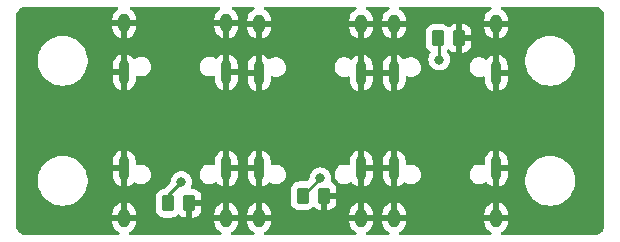
<source format=gbr>
%TF.GenerationSoftware,KiCad,Pcbnew,(6.0.11)*%
%TF.CreationDate,2023-04-18T18:31:17+02:00*%
%TF.ProjectId,FarmSupply,4661726d-5375-4707-906c-792e6b696361,rev?*%
%TF.SameCoordinates,Original*%
%TF.FileFunction,Copper,L2,Bot*%
%TF.FilePolarity,Positive*%
%FSLAX46Y46*%
G04 Gerber Fmt 4.6, Leading zero omitted, Abs format (unit mm)*
G04 Created by KiCad (PCBNEW (6.0.11)) date 2023-04-18 18:31:17*
%MOMM*%
%LPD*%
G01*
G04 APERTURE LIST*
G04 Aperture macros list*
%AMRoundRect*
0 Rectangle with rounded corners*
0 $1 Rounding radius*
0 $2 $3 $4 $5 $6 $7 $8 $9 X,Y pos of 4 corners*
0 Add a 4 corners polygon primitive as box body*
4,1,4,$2,$3,$4,$5,$6,$7,$8,$9,$2,$3,0*
0 Add four circle primitives for the rounded corners*
1,1,$1+$1,$2,$3*
1,1,$1+$1,$4,$5*
1,1,$1+$1,$6,$7*
1,1,$1+$1,$8,$9*
0 Add four rect primitives between the rounded corners*
20,1,$1+$1,$2,$3,$4,$5,0*
20,1,$1+$1,$4,$5,$6,$7,0*
20,1,$1+$1,$6,$7,$8,$9,0*
20,1,$1+$1,$8,$9,$2,$3,0*%
G04 Aperture macros list end*
%TA.AperFunction,ComponentPad*%
%ADD10O,0.900000X2.100000*%
%TD*%
%TA.AperFunction,ComponentPad*%
%ADD11O,1.000000X1.600000*%
%TD*%
%TA.AperFunction,SMDPad,CuDef*%
%ADD12RoundRect,0.250000X0.262500X0.450000X-0.262500X0.450000X-0.262500X-0.450000X0.262500X-0.450000X0*%
%TD*%
%TA.AperFunction,ViaPad*%
%ADD13C,0.800000*%
%TD*%
%TA.AperFunction,Conductor*%
%ADD14C,0.250000*%
%TD*%
G04 APERTURE END LIST*
D10*
%TO.P,P6,S1,SHIELD*%
%TO.N,GND*%
X84580000Y-86079200D03*
X93220000Y-86079200D03*
D11*
X84580000Y-81899200D03*
X93220000Y-81899200D03*
%TD*%
D10*
%TO.P,P5,S1,SHIELD*%
%TO.N,GND*%
X96010000Y-86130000D03*
X104650000Y-86130000D03*
D11*
X96010000Y-81950000D03*
X104650000Y-81950000D03*
%TD*%
D10*
%TO.P,P4,S1,SHIELD*%
%TO.N,GND*%
X107440000Y-86130000D03*
X116080000Y-86130000D03*
D11*
X107440000Y-81950000D03*
X116080000Y-81950000D03*
%TD*%
D10*
%TO.P,P3,S1,SHIELD*%
%TO.N,GND*%
X116080000Y-94210000D03*
X107440000Y-94210000D03*
D11*
X116080000Y-98390000D03*
X107440000Y-98390000D03*
%TD*%
D10*
%TO.P,P2,S1,SHIELD*%
%TO.N,GND*%
X104650000Y-94210000D03*
X96010000Y-94210000D03*
D11*
X104650000Y-98390000D03*
X96010000Y-98390000D03*
%TD*%
D10*
%TO.P,P1,S1,SHIELD*%
%TO.N,GND*%
X93220000Y-94210000D03*
X84580000Y-94210000D03*
D11*
X93220000Y-98390000D03*
X84580000Y-98390000D03*
%TD*%
D12*
%TO.P,R13,1*%
%TO.N,GND*%
X112950000Y-83185000D03*
%TO.P,R13,2*%
%TO.N,Net-(P4-PadB5)*%
X111125000Y-83185000D03*
%TD*%
%TO.P,R7,1*%
%TO.N,GND*%
X101520000Y-96520000D03*
%TO.P,R7,2*%
%TO.N,Net-(P2-PadB5)*%
X99695000Y-96520000D03*
%TD*%
%TO.P,R3,1*%
%TO.N,GND*%
X90090000Y-97155000D03*
%TO.P,R3,2*%
%TO.N,Net-(P1-PadB5)*%
X88265000Y-97155000D03*
%TD*%
D13*
%TO.N,Net-(P4-PadB5)*%
X111249000Y-84990500D03*
%TO.N,Net-(P2-PadB5)*%
X101176500Y-95032000D03*
%TO.N,Net-(P1-PadB5)*%
X89411200Y-95349500D03*
%TO.N,GND*%
X112272500Y-91683000D03*
X88387500Y-88631600D03*
X84325500Y-92015500D03*
X105022400Y-92015500D03*
X116622100Y-92015500D03*
%TD*%
D14*
%TO.N,Net-(P4-PadB5)*%
X111249000Y-83309000D02*
X111249000Y-84990500D01*
X111125000Y-83185000D02*
X111249000Y-83309000D01*
%TO.N,Net-(P2-PadB5)*%
X99695000Y-96513500D02*
X101176500Y-95032000D01*
X99695000Y-96520000D02*
X99695000Y-96513500D01*
%TO.N,Net-(P1-PadB5)*%
X88265000Y-96495700D02*
X89411200Y-95349500D01*
X88265000Y-97155000D02*
X88265000Y-96495700D01*
%TD*%
%TA.AperFunction,Conductor*%
%TO.N,GND*%
G36*
X84028254Y-80538502D02*
G01*
X84074747Y-80592158D01*
X84084851Y-80662432D01*
X84055357Y-80727012D01*
X84029124Y-80749934D01*
X84020582Y-80755523D01*
X83876127Y-80871668D01*
X83867368Y-80880246D01*
X83748222Y-81022239D01*
X83741292Y-81032359D01*
X83651998Y-81194785D01*
X83647166Y-81206058D01*
X83591120Y-81382738D01*
X83588570Y-81394732D01*
X83572393Y-81538961D01*
X83572000Y-81545985D01*
X83572000Y-81627085D01*
X83576475Y-81642324D01*
X83577865Y-81643529D01*
X83585548Y-81645200D01*
X85569885Y-81645200D01*
X85585124Y-81640725D01*
X85586329Y-81639335D01*
X85588000Y-81631652D01*
X85588000Y-81552543D01*
X85587699Y-81546395D01*
X85574188Y-81408597D01*
X85571805Y-81396562D01*
X85518233Y-81219124D01*
X85513559Y-81207784D01*
X85426540Y-81044123D01*
X85419751Y-81033906D01*
X85302603Y-80890267D01*
X85293959Y-80881563D01*
X85151144Y-80763416D01*
X85140965Y-80756551D01*
X85138717Y-80755335D01*
X85137769Y-80754394D01*
X85135863Y-80753109D01*
X85136107Y-80752747D01*
X85088308Y-80705340D01*
X85072931Y-80636029D01*
X85097468Y-80569407D01*
X85154128Y-80526627D01*
X85198646Y-80518500D01*
X92600133Y-80518500D01*
X92668254Y-80538502D01*
X92714747Y-80592158D01*
X92724851Y-80662432D01*
X92695357Y-80727012D01*
X92669124Y-80749934D01*
X92660582Y-80755523D01*
X92516127Y-80871668D01*
X92507368Y-80880246D01*
X92388222Y-81022239D01*
X92381292Y-81032359D01*
X92291998Y-81194785D01*
X92287166Y-81206058D01*
X92231120Y-81382738D01*
X92228570Y-81394732D01*
X92212393Y-81538961D01*
X92212000Y-81545985D01*
X92212000Y-81627085D01*
X92216475Y-81642324D01*
X92217865Y-81643529D01*
X92225548Y-81645200D01*
X94209885Y-81645200D01*
X94225124Y-81640725D01*
X94226329Y-81639335D01*
X94228000Y-81631652D01*
X94228000Y-81552543D01*
X94227699Y-81546395D01*
X94214188Y-81408597D01*
X94211805Y-81396562D01*
X94158233Y-81219124D01*
X94153559Y-81207784D01*
X94066540Y-81044123D01*
X94059751Y-81033906D01*
X93942603Y-80890267D01*
X93933959Y-80881563D01*
X93791144Y-80763416D01*
X93780965Y-80756551D01*
X93778717Y-80755335D01*
X93777769Y-80754394D01*
X93775863Y-80753109D01*
X93776107Y-80752747D01*
X93728308Y-80705340D01*
X93712931Y-80636029D01*
X93737468Y-80569407D01*
X93794128Y-80526627D01*
X93838646Y-80518500D01*
X95485573Y-80518500D01*
X95553694Y-80538502D01*
X95600187Y-80592158D01*
X95610291Y-80662432D01*
X95580797Y-80727012D01*
X95543948Y-80756162D01*
X95460846Y-80799607D01*
X95450585Y-80806321D01*
X95306127Y-80922468D01*
X95297368Y-80931046D01*
X95178222Y-81073039D01*
X95171292Y-81083159D01*
X95081998Y-81245585D01*
X95077166Y-81256858D01*
X95021120Y-81433538D01*
X95018570Y-81445532D01*
X95002393Y-81589761D01*
X95002000Y-81596785D01*
X95002000Y-81677885D01*
X95006475Y-81693124D01*
X95007865Y-81694329D01*
X95015548Y-81696000D01*
X96999885Y-81696000D01*
X97015124Y-81691525D01*
X97016329Y-81690135D01*
X97018000Y-81682452D01*
X97018000Y-81603343D01*
X97017699Y-81597195D01*
X97004188Y-81459397D01*
X97001805Y-81447362D01*
X96948233Y-81269924D01*
X96943559Y-81258584D01*
X96856540Y-81094923D01*
X96849751Y-81084706D01*
X96732603Y-80941067D01*
X96723959Y-80932363D01*
X96581144Y-80814216D01*
X96570973Y-80807356D01*
X96474764Y-80755336D01*
X96424356Y-80705341D01*
X96408978Y-80636030D01*
X96433514Y-80569408D01*
X96490174Y-80526627D01*
X96534693Y-80518500D01*
X104125573Y-80518500D01*
X104193694Y-80538502D01*
X104240187Y-80592158D01*
X104250291Y-80662432D01*
X104220797Y-80727012D01*
X104183948Y-80756162D01*
X104100846Y-80799607D01*
X104090585Y-80806321D01*
X103946127Y-80922468D01*
X103937368Y-80931046D01*
X103818222Y-81073039D01*
X103811292Y-81083159D01*
X103721998Y-81245585D01*
X103717166Y-81256858D01*
X103661120Y-81433538D01*
X103658570Y-81445532D01*
X103642393Y-81589761D01*
X103642000Y-81596785D01*
X103642000Y-81677885D01*
X103646475Y-81693124D01*
X103647865Y-81694329D01*
X103655548Y-81696000D01*
X105639885Y-81696000D01*
X105655124Y-81691525D01*
X105656329Y-81690135D01*
X105658000Y-81682452D01*
X105658000Y-81603343D01*
X105657699Y-81597195D01*
X105644188Y-81459397D01*
X105641805Y-81447362D01*
X105588233Y-81269924D01*
X105583559Y-81258584D01*
X105496540Y-81094923D01*
X105489751Y-81084706D01*
X105372603Y-80941067D01*
X105363959Y-80932363D01*
X105221144Y-80814216D01*
X105210973Y-80807356D01*
X105114764Y-80755336D01*
X105064356Y-80705341D01*
X105048978Y-80636030D01*
X105073514Y-80569408D01*
X105130174Y-80526627D01*
X105174693Y-80518500D01*
X106915573Y-80518500D01*
X106983694Y-80538502D01*
X107030187Y-80592158D01*
X107040291Y-80662432D01*
X107010797Y-80727012D01*
X106973948Y-80756162D01*
X106890846Y-80799607D01*
X106880585Y-80806321D01*
X106736127Y-80922468D01*
X106727368Y-80931046D01*
X106608222Y-81073039D01*
X106601292Y-81083159D01*
X106511998Y-81245585D01*
X106507166Y-81256858D01*
X106451120Y-81433538D01*
X106448570Y-81445532D01*
X106432393Y-81589761D01*
X106432000Y-81596785D01*
X106432000Y-81677885D01*
X106436475Y-81693124D01*
X106437865Y-81694329D01*
X106445548Y-81696000D01*
X108429885Y-81696000D01*
X108445124Y-81691525D01*
X108446329Y-81690135D01*
X108448000Y-81682452D01*
X108448000Y-81603343D01*
X108447699Y-81597195D01*
X108434188Y-81459397D01*
X108431805Y-81447362D01*
X108378233Y-81269924D01*
X108373559Y-81258584D01*
X108286540Y-81094923D01*
X108279751Y-81084706D01*
X108162603Y-80941067D01*
X108153959Y-80932363D01*
X108011144Y-80814216D01*
X108000973Y-80807356D01*
X107904764Y-80755336D01*
X107854356Y-80705341D01*
X107838978Y-80636030D01*
X107863514Y-80569408D01*
X107920174Y-80526627D01*
X107964693Y-80518500D01*
X115555573Y-80518500D01*
X115623694Y-80538502D01*
X115670187Y-80592158D01*
X115680291Y-80662432D01*
X115650797Y-80727012D01*
X115613948Y-80756162D01*
X115530846Y-80799607D01*
X115520585Y-80806321D01*
X115376127Y-80922468D01*
X115367368Y-80931046D01*
X115248222Y-81073039D01*
X115241292Y-81083159D01*
X115151998Y-81245585D01*
X115147166Y-81256858D01*
X115091120Y-81433538D01*
X115088570Y-81445532D01*
X115072393Y-81589761D01*
X115072000Y-81596785D01*
X115072000Y-81677885D01*
X115076475Y-81693124D01*
X115077865Y-81694329D01*
X115085548Y-81696000D01*
X117069885Y-81696000D01*
X117085124Y-81691525D01*
X117086329Y-81690135D01*
X117088000Y-81682452D01*
X117088000Y-81603343D01*
X117087699Y-81597195D01*
X117074188Y-81459397D01*
X117071805Y-81447362D01*
X117018233Y-81269924D01*
X117013559Y-81258584D01*
X116926540Y-81094923D01*
X116919751Y-81084706D01*
X116802603Y-80941067D01*
X116793959Y-80932363D01*
X116651144Y-80814216D01*
X116640973Y-80807356D01*
X116544764Y-80755336D01*
X116494356Y-80705341D01*
X116478978Y-80636030D01*
X116503514Y-80569408D01*
X116560174Y-80526627D01*
X116604693Y-80518500D01*
X124410633Y-80518500D01*
X124430018Y-80520000D01*
X124444852Y-80522310D01*
X124444855Y-80522310D01*
X124453724Y-80523691D01*
X124463659Y-80522392D01*
X124464746Y-80522250D01*
X124493431Y-80521793D01*
X124566741Y-80529013D01*
X124596212Y-80531916D01*
X124620432Y-80536733D01*
X124739546Y-80572866D01*
X124762355Y-80582315D01*
X124872124Y-80640987D01*
X124892655Y-80654705D01*
X124988876Y-80733671D01*
X125006329Y-80751124D01*
X125085295Y-80847345D01*
X125099013Y-80867876D01*
X125157685Y-80977645D01*
X125167134Y-81000454D01*
X125203267Y-81119568D01*
X125208084Y-81143789D01*
X125217541Y-81239809D01*
X125217091Y-81255868D01*
X125217800Y-81255877D01*
X125217690Y-81264853D01*
X125216309Y-81273724D01*
X125217473Y-81282626D01*
X125217473Y-81282628D01*
X125220436Y-81305283D01*
X125221500Y-81321621D01*
X125221500Y-99010633D01*
X125220000Y-99030018D01*
X125216309Y-99053724D01*
X125217473Y-99062626D01*
X125217750Y-99064746D01*
X125218207Y-99093431D01*
X125217289Y-99102755D01*
X125208084Y-99196212D01*
X125203267Y-99220432D01*
X125167134Y-99339546D01*
X125157685Y-99362355D01*
X125099013Y-99472124D01*
X125085295Y-99492655D01*
X125006329Y-99588876D01*
X124988876Y-99606329D01*
X124892655Y-99685295D01*
X124872124Y-99699013D01*
X124762355Y-99757685D01*
X124739546Y-99767134D01*
X124620432Y-99803267D01*
X124596211Y-99808084D01*
X124500191Y-99817541D01*
X124484132Y-99817091D01*
X124484123Y-99817800D01*
X124475147Y-99817690D01*
X124466276Y-99816309D01*
X124457374Y-99817473D01*
X124457372Y-99817473D01*
X124444856Y-99819110D01*
X124434714Y-99820436D01*
X124418379Y-99821500D01*
X116604427Y-99821500D01*
X116536306Y-99801498D01*
X116489813Y-99747842D01*
X116479709Y-99677568D01*
X116509203Y-99612988D01*
X116546052Y-99583838D01*
X116629154Y-99540393D01*
X116639415Y-99533679D01*
X116783873Y-99417532D01*
X116792632Y-99408954D01*
X116911778Y-99266961D01*
X116918708Y-99256841D01*
X117008002Y-99094415D01*
X117012834Y-99083142D01*
X117068880Y-98906462D01*
X117071430Y-98894468D01*
X117087607Y-98750239D01*
X117088000Y-98743215D01*
X117088000Y-98662115D01*
X117083525Y-98646876D01*
X117082135Y-98645671D01*
X117074452Y-98644000D01*
X115090115Y-98644000D01*
X115074876Y-98648475D01*
X115073671Y-98649865D01*
X115072000Y-98657548D01*
X115072000Y-98736657D01*
X115072301Y-98742805D01*
X115085812Y-98880603D01*
X115088195Y-98892638D01*
X115141767Y-99070076D01*
X115146441Y-99081416D01*
X115233460Y-99245077D01*
X115240249Y-99255294D01*
X115357397Y-99398933D01*
X115366041Y-99407637D01*
X115508856Y-99525784D01*
X115519027Y-99532644D01*
X115615236Y-99584664D01*
X115665644Y-99634659D01*
X115681022Y-99703970D01*
X115656486Y-99770592D01*
X115599826Y-99813373D01*
X115555307Y-99821500D01*
X107964427Y-99821500D01*
X107896306Y-99801498D01*
X107849813Y-99747842D01*
X107839709Y-99677568D01*
X107869203Y-99612988D01*
X107906052Y-99583838D01*
X107989154Y-99540393D01*
X107999415Y-99533679D01*
X108143873Y-99417532D01*
X108152632Y-99408954D01*
X108271778Y-99266961D01*
X108278708Y-99256841D01*
X108368002Y-99094415D01*
X108372834Y-99083142D01*
X108428880Y-98906462D01*
X108431430Y-98894468D01*
X108447607Y-98750239D01*
X108448000Y-98743215D01*
X108448000Y-98662115D01*
X108443525Y-98646876D01*
X108442135Y-98645671D01*
X108434452Y-98644000D01*
X106450115Y-98644000D01*
X106434876Y-98648475D01*
X106433671Y-98649865D01*
X106432000Y-98657548D01*
X106432000Y-98736657D01*
X106432301Y-98742805D01*
X106445812Y-98880603D01*
X106448195Y-98892638D01*
X106501767Y-99070076D01*
X106506441Y-99081416D01*
X106593460Y-99245077D01*
X106600249Y-99255294D01*
X106717397Y-99398933D01*
X106726041Y-99407637D01*
X106868856Y-99525784D01*
X106879027Y-99532644D01*
X106975236Y-99584664D01*
X107025644Y-99634659D01*
X107041022Y-99703970D01*
X107016486Y-99770592D01*
X106959826Y-99813373D01*
X106915307Y-99821500D01*
X105174427Y-99821500D01*
X105106306Y-99801498D01*
X105059813Y-99747842D01*
X105049709Y-99677568D01*
X105079203Y-99612988D01*
X105116052Y-99583838D01*
X105199154Y-99540393D01*
X105209415Y-99533679D01*
X105353873Y-99417532D01*
X105362632Y-99408954D01*
X105481778Y-99266961D01*
X105488708Y-99256841D01*
X105578002Y-99094415D01*
X105582834Y-99083142D01*
X105638880Y-98906462D01*
X105641430Y-98894468D01*
X105657607Y-98750239D01*
X105658000Y-98743215D01*
X105658000Y-98662115D01*
X105653525Y-98646876D01*
X105652135Y-98645671D01*
X105644452Y-98644000D01*
X103660115Y-98644000D01*
X103644876Y-98648475D01*
X103643671Y-98649865D01*
X103642000Y-98657548D01*
X103642000Y-98736657D01*
X103642301Y-98742805D01*
X103655812Y-98880603D01*
X103658195Y-98892638D01*
X103711767Y-99070076D01*
X103716441Y-99081416D01*
X103803460Y-99245077D01*
X103810249Y-99255294D01*
X103927397Y-99398933D01*
X103936041Y-99407637D01*
X104078856Y-99525784D01*
X104089027Y-99532644D01*
X104185236Y-99584664D01*
X104235644Y-99634659D01*
X104251022Y-99703970D01*
X104226486Y-99770592D01*
X104169826Y-99813373D01*
X104125307Y-99821500D01*
X96534427Y-99821500D01*
X96466306Y-99801498D01*
X96419813Y-99747842D01*
X96409709Y-99677568D01*
X96439203Y-99612988D01*
X96476052Y-99583838D01*
X96559154Y-99540393D01*
X96569415Y-99533679D01*
X96713873Y-99417532D01*
X96722632Y-99408954D01*
X96841778Y-99266961D01*
X96848708Y-99256841D01*
X96938002Y-99094415D01*
X96942834Y-99083142D01*
X96998880Y-98906462D01*
X97001430Y-98894468D01*
X97017607Y-98750239D01*
X97018000Y-98743215D01*
X97018000Y-98662115D01*
X97013525Y-98646876D01*
X97012135Y-98645671D01*
X97004452Y-98644000D01*
X95020115Y-98644000D01*
X95004876Y-98648475D01*
X95003671Y-98649865D01*
X95002000Y-98657548D01*
X95002000Y-98736657D01*
X95002301Y-98742805D01*
X95015812Y-98880603D01*
X95018195Y-98892638D01*
X95071767Y-99070076D01*
X95076441Y-99081416D01*
X95163460Y-99245077D01*
X95170249Y-99255294D01*
X95287397Y-99398933D01*
X95296041Y-99407637D01*
X95438856Y-99525784D01*
X95449027Y-99532644D01*
X95545236Y-99584664D01*
X95595644Y-99634659D01*
X95611022Y-99703970D01*
X95586486Y-99770592D01*
X95529826Y-99813373D01*
X95485307Y-99821500D01*
X93744427Y-99821500D01*
X93676306Y-99801498D01*
X93629813Y-99747842D01*
X93619709Y-99677568D01*
X93649203Y-99612988D01*
X93686052Y-99583838D01*
X93769154Y-99540393D01*
X93779415Y-99533679D01*
X93923873Y-99417532D01*
X93932632Y-99408954D01*
X94051778Y-99266961D01*
X94058708Y-99256841D01*
X94148002Y-99094415D01*
X94152834Y-99083142D01*
X94208880Y-98906462D01*
X94211430Y-98894468D01*
X94227607Y-98750239D01*
X94228000Y-98743215D01*
X94228000Y-98662115D01*
X94223525Y-98646876D01*
X94222135Y-98645671D01*
X94214452Y-98644000D01*
X92230115Y-98644000D01*
X92214876Y-98648475D01*
X92213671Y-98649865D01*
X92212000Y-98657548D01*
X92212000Y-98736657D01*
X92212301Y-98742805D01*
X92225812Y-98880603D01*
X92228195Y-98892638D01*
X92281767Y-99070076D01*
X92286441Y-99081416D01*
X92373460Y-99245077D01*
X92380249Y-99255294D01*
X92497397Y-99398933D01*
X92506041Y-99407637D01*
X92648856Y-99525784D01*
X92659027Y-99532644D01*
X92755236Y-99584664D01*
X92805644Y-99634659D01*
X92821022Y-99703970D01*
X92796486Y-99770592D01*
X92739826Y-99813373D01*
X92695307Y-99821500D01*
X85104427Y-99821500D01*
X85036306Y-99801498D01*
X84989813Y-99747842D01*
X84979709Y-99677568D01*
X85009203Y-99612988D01*
X85046052Y-99583838D01*
X85129154Y-99540393D01*
X85139415Y-99533679D01*
X85283873Y-99417532D01*
X85292632Y-99408954D01*
X85411778Y-99266961D01*
X85418708Y-99256841D01*
X85508002Y-99094415D01*
X85512834Y-99083142D01*
X85568880Y-98906462D01*
X85571430Y-98894468D01*
X85587607Y-98750239D01*
X85588000Y-98743215D01*
X85588000Y-98662115D01*
X85583525Y-98646876D01*
X85582135Y-98645671D01*
X85574452Y-98644000D01*
X83590115Y-98644000D01*
X83574876Y-98648475D01*
X83573671Y-98649865D01*
X83572000Y-98657548D01*
X83572000Y-98736657D01*
X83572301Y-98742805D01*
X83585812Y-98880603D01*
X83588195Y-98892638D01*
X83641767Y-99070076D01*
X83646441Y-99081416D01*
X83733460Y-99245077D01*
X83740249Y-99255294D01*
X83857397Y-99398933D01*
X83866041Y-99407637D01*
X84008856Y-99525784D01*
X84019027Y-99532644D01*
X84115236Y-99584664D01*
X84165644Y-99634659D01*
X84181022Y-99703970D01*
X84156486Y-99770592D01*
X84099826Y-99813373D01*
X84055307Y-99821500D01*
X76249367Y-99821500D01*
X76229982Y-99820000D01*
X76215148Y-99817690D01*
X76215145Y-99817690D01*
X76206276Y-99816309D01*
X76196341Y-99817608D01*
X76195254Y-99817750D01*
X76166569Y-99818207D01*
X76093259Y-99810987D01*
X76063788Y-99808084D01*
X76039568Y-99803267D01*
X75920454Y-99767134D01*
X75897645Y-99757685D01*
X75787876Y-99699013D01*
X75767345Y-99685295D01*
X75671124Y-99606329D01*
X75653671Y-99588876D01*
X75574705Y-99492655D01*
X75560987Y-99472124D01*
X75502315Y-99362355D01*
X75492866Y-99339546D01*
X75456733Y-99220432D01*
X75451916Y-99196212D01*
X75442711Y-99102755D01*
X75442607Y-99079151D01*
X75442768Y-99077354D01*
X75443576Y-99072552D01*
X75443729Y-99060000D01*
X75439773Y-99032376D01*
X75438500Y-99014514D01*
X75438500Y-98117885D01*
X83572000Y-98117885D01*
X83576475Y-98133124D01*
X83577865Y-98134329D01*
X83585548Y-98136000D01*
X84307885Y-98136000D01*
X84323124Y-98131525D01*
X84324329Y-98130135D01*
X84326000Y-98122452D01*
X84326000Y-98117885D01*
X84834000Y-98117885D01*
X84838475Y-98133124D01*
X84839865Y-98134329D01*
X84847548Y-98136000D01*
X85569885Y-98136000D01*
X85585124Y-98131525D01*
X85586329Y-98130135D01*
X85588000Y-98122452D01*
X85588000Y-98043343D01*
X85587699Y-98037195D01*
X85574188Y-97899397D01*
X85571805Y-97887362D01*
X85518233Y-97709924D01*
X85513559Y-97698584D01*
X85490598Y-97655400D01*
X87244000Y-97655400D01*
X87244337Y-97658646D01*
X87244337Y-97658650D01*
X87254118Y-97752914D01*
X87254974Y-97761166D01*
X87310950Y-97928946D01*
X87404022Y-98079348D01*
X87529197Y-98204305D01*
X87535427Y-98208145D01*
X87535428Y-98208146D01*
X87672788Y-98292816D01*
X87679762Y-98297115D01*
X87759505Y-98323564D01*
X87841111Y-98350632D01*
X87841113Y-98350632D01*
X87847639Y-98352797D01*
X87854475Y-98353497D01*
X87854478Y-98353498D01*
X87897531Y-98357909D01*
X87952100Y-98363500D01*
X88577900Y-98363500D01*
X88581146Y-98363163D01*
X88581150Y-98363163D01*
X88676808Y-98353238D01*
X88676812Y-98353237D01*
X88683666Y-98352526D01*
X88690202Y-98350345D01*
X88690204Y-98350345D01*
X88822306Y-98306272D01*
X88851446Y-98296550D01*
X89001848Y-98203478D01*
X89007415Y-98197901D01*
X89088638Y-98116537D01*
X89150921Y-98082458D01*
X89221741Y-98087461D01*
X89266829Y-98116382D01*
X89349329Y-98198739D01*
X89360740Y-98207751D01*
X89498743Y-98292816D01*
X89511924Y-98298963D01*
X89666210Y-98350138D01*
X89679586Y-98353005D01*
X89773938Y-98362672D01*
X89780354Y-98363000D01*
X89817885Y-98363000D01*
X89833124Y-98358525D01*
X89834329Y-98357135D01*
X89836000Y-98349452D01*
X89836000Y-98344884D01*
X90344000Y-98344884D01*
X90348475Y-98360123D01*
X90349865Y-98361328D01*
X90357548Y-98362999D01*
X90399595Y-98362999D01*
X90406114Y-98362662D01*
X90501706Y-98352743D01*
X90515100Y-98349851D01*
X90669284Y-98298412D01*
X90682462Y-98292239D01*
X90820307Y-98206937D01*
X90831708Y-98197901D01*
X90911585Y-98117885D01*
X92212000Y-98117885D01*
X92216475Y-98133124D01*
X92217865Y-98134329D01*
X92225548Y-98136000D01*
X92947885Y-98136000D01*
X92963124Y-98131525D01*
X92964329Y-98130135D01*
X92966000Y-98122452D01*
X92966000Y-98117885D01*
X93474000Y-98117885D01*
X93478475Y-98133124D01*
X93479865Y-98134329D01*
X93487548Y-98136000D01*
X94209885Y-98136000D01*
X94225124Y-98131525D01*
X94226329Y-98130135D01*
X94228000Y-98122452D01*
X94228000Y-98117885D01*
X95002000Y-98117885D01*
X95006475Y-98133124D01*
X95007865Y-98134329D01*
X95015548Y-98136000D01*
X95737885Y-98136000D01*
X95753124Y-98131525D01*
X95754329Y-98130135D01*
X95756000Y-98122452D01*
X95756000Y-98117885D01*
X96264000Y-98117885D01*
X96268475Y-98133124D01*
X96269865Y-98134329D01*
X96277548Y-98136000D01*
X96999885Y-98136000D01*
X97015124Y-98131525D01*
X97016329Y-98130135D01*
X97018000Y-98122452D01*
X97018000Y-98117885D01*
X103642000Y-98117885D01*
X103646475Y-98133124D01*
X103647865Y-98134329D01*
X103655548Y-98136000D01*
X104377885Y-98136000D01*
X104393124Y-98131525D01*
X104394329Y-98130135D01*
X104396000Y-98122452D01*
X104396000Y-98117885D01*
X104904000Y-98117885D01*
X104908475Y-98133124D01*
X104909865Y-98134329D01*
X104917548Y-98136000D01*
X105639885Y-98136000D01*
X105655124Y-98131525D01*
X105656329Y-98130135D01*
X105658000Y-98122452D01*
X105658000Y-98117885D01*
X106432000Y-98117885D01*
X106436475Y-98133124D01*
X106437865Y-98134329D01*
X106445548Y-98136000D01*
X107167885Y-98136000D01*
X107183124Y-98131525D01*
X107184329Y-98130135D01*
X107186000Y-98122452D01*
X107186000Y-98117885D01*
X107694000Y-98117885D01*
X107698475Y-98133124D01*
X107699865Y-98134329D01*
X107707548Y-98136000D01*
X108429885Y-98136000D01*
X108445124Y-98131525D01*
X108446329Y-98130135D01*
X108448000Y-98122452D01*
X108448000Y-98117885D01*
X115072000Y-98117885D01*
X115076475Y-98133124D01*
X115077865Y-98134329D01*
X115085548Y-98136000D01*
X115807885Y-98136000D01*
X115823124Y-98131525D01*
X115824329Y-98130135D01*
X115826000Y-98122452D01*
X115826000Y-98117885D01*
X116334000Y-98117885D01*
X116338475Y-98133124D01*
X116339865Y-98134329D01*
X116347548Y-98136000D01*
X117069885Y-98136000D01*
X117085124Y-98131525D01*
X117086329Y-98130135D01*
X117088000Y-98122452D01*
X117088000Y-98043343D01*
X117087699Y-98037195D01*
X117074188Y-97899397D01*
X117071805Y-97887362D01*
X117018233Y-97709924D01*
X117013559Y-97698584D01*
X116926540Y-97534923D01*
X116919751Y-97524706D01*
X116802603Y-97381067D01*
X116793959Y-97372363D01*
X116651144Y-97254216D01*
X116640973Y-97247356D01*
X116477924Y-97159196D01*
X116466619Y-97154444D01*
X116351308Y-97118750D01*
X116337205Y-97118544D01*
X116334000Y-97125299D01*
X116334000Y-98117885D01*
X115826000Y-98117885D01*
X115826000Y-97132076D01*
X115822027Y-97118545D01*
X115814232Y-97117425D01*
X115706479Y-97149138D01*
X115695111Y-97153731D01*
X115530846Y-97239607D01*
X115520585Y-97246321D01*
X115376127Y-97362468D01*
X115367368Y-97371046D01*
X115248222Y-97513039D01*
X115241292Y-97523159D01*
X115151998Y-97685585D01*
X115147166Y-97696858D01*
X115091120Y-97873538D01*
X115088570Y-97885532D01*
X115072393Y-98029761D01*
X115072000Y-98036785D01*
X115072000Y-98117885D01*
X108448000Y-98117885D01*
X108448000Y-98043343D01*
X108447699Y-98037195D01*
X108434188Y-97899397D01*
X108431805Y-97887362D01*
X108378233Y-97709924D01*
X108373559Y-97698584D01*
X108286540Y-97534923D01*
X108279751Y-97524706D01*
X108162603Y-97381067D01*
X108153959Y-97372363D01*
X108011144Y-97254216D01*
X108000973Y-97247356D01*
X107837924Y-97159196D01*
X107826619Y-97154444D01*
X107711308Y-97118750D01*
X107697205Y-97118544D01*
X107694000Y-97125299D01*
X107694000Y-98117885D01*
X107186000Y-98117885D01*
X107186000Y-97132076D01*
X107182027Y-97118545D01*
X107174232Y-97117425D01*
X107066479Y-97149138D01*
X107055111Y-97153731D01*
X106890846Y-97239607D01*
X106880585Y-97246321D01*
X106736127Y-97362468D01*
X106727368Y-97371046D01*
X106608222Y-97513039D01*
X106601292Y-97523159D01*
X106511998Y-97685585D01*
X106507166Y-97696858D01*
X106451120Y-97873538D01*
X106448570Y-97885532D01*
X106432393Y-98029761D01*
X106432000Y-98036785D01*
X106432000Y-98117885D01*
X105658000Y-98117885D01*
X105658000Y-98043343D01*
X105657699Y-98037195D01*
X105644188Y-97899397D01*
X105641805Y-97887362D01*
X105588233Y-97709924D01*
X105583559Y-97698584D01*
X105496540Y-97534923D01*
X105489751Y-97524706D01*
X105372603Y-97381067D01*
X105363959Y-97372363D01*
X105221144Y-97254216D01*
X105210973Y-97247356D01*
X105047924Y-97159196D01*
X105036619Y-97154444D01*
X104921308Y-97118750D01*
X104907205Y-97118544D01*
X104904000Y-97125299D01*
X104904000Y-98117885D01*
X104396000Y-98117885D01*
X104396000Y-97132076D01*
X104392027Y-97118545D01*
X104384232Y-97117425D01*
X104276479Y-97149138D01*
X104265111Y-97153731D01*
X104100846Y-97239607D01*
X104090585Y-97246321D01*
X103946127Y-97362468D01*
X103937368Y-97371046D01*
X103818222Y-97513039D01*
X103811292Y-97523159D01*
X103721998Y-97685585D01*
X103717166Y-97696858D01*
X103661120Y-97873538D01*
X103658570Y-97885532D01*
X103642393Y-98029761D01*
X103642000Y-98036785D01*
X103642000Y-98117885D01*
X97018000Y-98117885D01*
X97018000Y-98043343D01*
X97017699Y-98037195D01*
X97004188Y-97899397D01*
X97001805Y-97887362D01*
X96948233Y-97709924D01*
X96943559Y-97698584D01*
X96856540Y-97534923D01*
X96849751Y-97524706D01*
X96732603Y-97381067D01*
X96723959Y-97372363D01*
X96581144Y-97254216D01*
X96570973Y-97247356D01*
X96407924Y-97159196D01*
X96396619Y-97154444D01*
X96281308Y-97118750D01*
X96267205Y-97118544D01*
X96264000Y-97125299D01*
X96264000Y-98117885D01*
X95756000Y-98117885D01*
X95756000Y-97132076D01*
X95752027Y-97118545D01*
X95744232Y-97117425D01*
X95636479Y-97149138D01*
X95625111Y-97153731D01*
X95460846Y-97239607D01*
X95450585Y-97246321D01*
X95306127Y-97362468D01*
X95297368Y-97371046D01*
X95178222Y-97513039D01*
X95171292Y-97523159D01*
X95081998Y-97685585D01*
X95077166Y-97696858D01*
X95021120Y-97873538D01*
X95018570Y-97885532D01*
X95002393Y-98029761D01*
X95002000Y-98036785D01*
X95002000Y-98117885D01*
X94228000Y-98117885D01*
X94228000Y-98043343D01*
X94227699Y-98037195D01*
X94214188Y-97899397D01*
X94211805Y-97887362D01*
X94158233Y-97709924D01*
X94153559Y-97698584D01*
X94066540Y-97534923D01*
X94059751Y-97524706D01*
X93942603Y-97381067D01*
X93933959Y-97372363D01*
X93791144Y-97254216D01*
X93780973Y-97247356D01*
X93617924Y-97159196D01*
X93606619Y-97154444D01*
X93491308Y-97118750D01*
X93477205Y-97118544D01*
X93474000Y-97125299D01*
X93474000Y-98117885D01*
X92966000Y-98117885D01*
X92966000Y-97132076D01*
X92962027Y-97118545D01*
X92954232Y-97117425D01*
X92846479Y-97149138D01*
X92835111Y-97153731D01*
X92670846Y-97239607D01*
X92660585Y-97246321D01*
X92516127Y-97362468D01*
X92507368Y-97371046D01*
X92388222Y-97513039D01*
X92381292Y-97523159D01*
X92291998Y-97685585D01*
X92287166Y-97696858D01*
X92231120Y-97873538D01*
X92228570Y-97885532D01*
X92212393Y-98029761D01*
X92212000Y-98036785D01*
X92212000Y-98117885D01*
X90911585Y-98117885D01*
X90946239Y-98083171D01*
X90955251Y-98071760D01*
X91040316Y-97933757D01*
X91046463Y-97920576D01*
X91097638Y-97766290D01*
X91100505Y-97752914D01*
X91110172Y-97658562D01*
X91110500Y-97652146D01*
X91110500Y-97427115D01*
X91106025Y-97411876D01*
X91104635Y-97410671D01*
X91096952Y-97409000D01*
X90362115Y-97409000D01*
X90346876Y-97413475D01*
X90345671Y-97414865D01*
X90344000Y-97422548D01*
X90344000Y-98344884D01*
X89836000Y-98344884D01*
X89836000Y-97027000D01*
X89837938Y-97020400D01*
X98674000Y-97020400D01*
X98674337Y-97023646D01*
X98674337Y-97023650D01*
X98684205Y-97118750D01*
X98684974Y-97126166D01*
X98740950Y-97293946D01*
X98834022Y-97444348D01*
X98959197Y-97569305D01*
X98965427Y-97573145D01*
X98965428Y-97573146D01*
X99102788Y-97657816D01*
X99109762Y-97662115D01*
X99180522Y-97685585D01*
X99271111Y-97715632D01*
X99271113Y-97715632D01*
X99277639Y-97717797D01*
X99284475Y-97718497D01*
X99284478Y-97718498D01*
X99327531Y-97722909D01*
X99382100Y-97728500D01*
X100007900Y-97728500D01*
X100011146Y-97728163D01*
X100011150Y-97728163D01*
X100106808Y-97718238D01*
X100106812Y-97718237D01*
X100113666Y-97717526D01*
X100120202Y-97715345D01*
X100120204Y-97715345D01*
X100252306Y-97671272D01*
X100281446Y-97661550D01*
X100431848Y-97568478D01*
X100477088Y-97523159D01*
X100518638Y-97481537D01*
X100580921Y-97447458D01*
X100651741Y-97452461D01*
X100696829Y-97481382D01*
X100779329Y-97563739D01*
X100790740Y-97572751D01*
X100928743Y-97657816D01*
X100941924Y-97663963D01*
X101096210Y-97715138D01*
X101109586Y-97718005D01*
X101203938Y-97727672D01*
X101210354Y-97728000D01*
X101247885Y-97728000D01*
X101263124Y-97723525D01*
X101264329Y-97722135D01*
X101266000Y-97714452D01*
X101266000Y-97709884D01*
X101774000Y-97709884D01*
X101778475Y-97725123D01*
X101779865Y-97726328D01*
X101787548Y-97727999D01*
X101829595Y-97727999D01*
X101836114Y-97727662D01*
X101931706Y-97717743D01*
X101945100Y-97714851D01*
X102099284Y-97663412D01*
X102112462Y-97657239D01*
X102250307Y-97571937D01*
X102261708Y-97562901D01*
X102376239Y-97448171D01*
X102385251Y-97436760D01*
X102470316Y-97298757D01*
X102476464Y-97285574D01*
X102527638Y-97131290D01*
X102530505Y-97117914D01*
X102540172Y-97023562D01*
X102540500Y-97017146D01*
X102540500Y-96792115D01*
X102536025Y-96776876D01*
X102534635Y-96775671D01*
X102526952Y-96774000D01*
X101792115Y-96774000D01*
X101776876Y-96778475D01*
X101775671Y-96779865D01*
X101774000Y-96787548D01*
X101774000Y-97709884D01*
X101266000Y-97709884D01*
X101266000Y-96392000D01*
X101286002Y-96323879D01*
X101339658Y-96277386D01*
X101392000Y-96266000D01*
X102522384Y-96266000D01*
X102537623Y-96261525D01*
X102538828Y-96260135D01*
X102540499Y-96252452D01*
X102540499Y-96022905D01*
X102540162Y-96016386D01*
X102530243Y-95920794D01*
X102527351Y-95907400D01*
X102475912Y-95753216D01*
X102469739Y-95740038D01*
X102384437Y-95602193D01*
X102375401Y-95590792D01*
X102260671Y-95476261D01*
X102249260Y-95467249D01*
X102117867Y-95386258D01*
X102070374Y-95333486D01*
X102058950Y-95263415D01*
X102064149Y-95240065D01*
X102070042Y-95221928D01*
X102072880Y-95194932D01*
X102089314Y-95038565D01*
X102090004Y-95032000D01*
X102079858Y-94935466D01*
X102070732Y-94848635D01*
X102070732Y-94848633D01*
X102070042Y-94842072D01*
X102011922Y-94663198D01*
X102382892Y-94663198D01*
X102383249Y-94670015D01*
X102383249Y-94670019D01*
X102388151Y-94763539D01*
X102392370Y-94844047D01*
X102394181Y-94850620D01*
X102394181Y-94850623D01*
X102417551Y-94935466D01*
X102440461Y-95018641D01*
X102524922Y-95178836D01*
X102529327Y-95184049D01*
X102529330Y-95184053D01*
X102637406Y-95311943D01*
X102637410Y-95311947D01*
X102641813Y-95317157D01*
X102647237Y-95321304D01*
X102647238Y-95321305D01*
X102780257Y-95423006D01*
X102780261Y-95423009D01*
X102785678Y-95427150D01*
X102871671Y-95467249D01*
X102943631Y-95500805D01*
X102943634Y-95500806D01*
X102949808Y-95503685D01*
X102956456Y-95505171D01*
X102956459Y-95505172D01*
X103062421Y-95528857D01*
X103126543Y-95543190D01*
X103132088Y-95543500D01*
X103265244Y-95543500D01*
X103400037Y-95528857D01*
X103518190Y-95489094D01*
X103565204Y-95473272D01*
X103565206Y-95473271D01*
X103571675Y-95471094D01*
X103578074Y-95467249D01*
X103721054Y-95381339D01*
X103721056Y-95381337D01*
X103726905Y-95377823D01*
X103727447Y-95378726D01*
X103787882Y-95355724D01*
X103857355Y-95370352D01*
X103893377Y-95399343D01*
X103981785Y-95502490D01*
X103990976Y-95511244D01*
X104134680Y-95622711D01*
X104145440Y-95629435D01*
X104308625Y-95709732D01*
X104320519Y-95714155D01*
X104378470Y-95729251D01*
X104392564Y-95728817D01*
X104396000Y-95720636D01*
X104396000Y-95719229D01*
X104904000Y-95719229D01*
X104907973Y-95732760D01*
X104914075Y-95733637D01*
X105066136Y-95677690D01*
X105077549Y-95672123D01*
X105232108Y-95576292D01*
X105242174Y-95568540D01*
X105374303Y-95443592D01*
X105382605Y-95433974D01*
X105486908Y-95285013D01*
X105493108Y-95273919D01*
X105565332Y-95107020D01*
X105569171Y-95094917D01*
X105606675Y-94915400D01*
X105607915Y-94905848D01*
X105608000Y-94902616D01*
X105608000Y-94855447D01*
X106482000Y-94855447D01*
X106482323Y-94861822D01*
X106496082Y-94997277D01*
X106498636Y-95009717D01*
X106553016Y-95183244D01*
X106558025Y-95194932D01*
X106646187Y-95353979D01*
X106653438Y-95364412D01*
X106771785Y-95502491D01*
X106780976Y-95511244D01*
X106924680Y-95622711D01*
X106935440Y-95629435D01*
X107098625Y-95709732D01*
X107110519Y-95714155D01*
X107168470Y-95729251D01*
X107182564Y-95728817D01*
X107186000Y-95720636D01*
X107186000Y-95719229D01*
X107694000Y-95719229D01*
X107697973Y-95732760D01*
X107704075Y-95733637D01*
X107856136Y-95677690D01*
X107867549Y-95672123D01*
X108022108Y-95576292D01*
X108032174Y-95568540D01*
X108164303Y-95443592D01*
X108172605Y-95433974D01*
X108192083Y-95406156D01*
X108247540Y-95361827D01*
X108318159Y-95354518D01*
X108371821Y-95378328D01*
X108435678Y-95427150D01*
X108521671Y-95467249D01*
X108593631Y-95500805D01*
X108593634Y-95500806D01*
X108599808Y-95503685D01*
X108606456Y-95505171D01*
X108606459Y-95505172D01*
X108712421Y-95528857D01*
X108776543Y-95543190D01*
X108782088Y-95543500D01*
X108915244Y-95543500D01*
X109050037Y-95528857D01*
X109168190Y-95489094D01*
X109215204Y-95473272D01*
X109215206Y-95473271D01*
X109221675Y-95471094D01*
X109376905Y-95377823D01*
X109381862Y-95373135D01*
X109381865Y-95373133D01*
X109503527Y-95258082D01*
X109503529Y-95258080D01*
X109508485Y-95253393D01*
X109512317Y-95247755D01*
X109512320Y-95247751D01*
X109606442Y-95109255D01*
X109610277Y-95103612D01*
X109677530Y-94935466D01*
X109678644Y-94928738D01*
X109678645Y-94928734D01*
X109705993Y-94763539D01*
X109705993Y-94763536D01*
X109707108Y-94756802D01*
X109702850Y-94675545D01*
X109702203Y-94663198D01*
X113812892Y-94663198D01*
X113813249Y-94670015D01*
X113813249Y-94670019D01*
X113818151Y-94763539D01*
X113822370Y-94844047D01*
X113824181Y-94850620D01*
X113824181Y-94850623D01*
X113847551Y-94935466D01*
X113870461Y-95018641D01*
X113954922Y-95178836D01*
X113959327Y-95184049D01*
X113959330Y-95184053D01*
X114067406Y-95311943D01*
X114067410Y-95311947D01*
X114071813Y-95317157D01*
X114077237Y-95321304D01*
X114077238Y-95321305D01*
X114210257Y-95423006D01*
X114210261Y-95423009D01*
X114215678Y-95427150D01*
X114301671Y-95467249D01*
X114373631Y-95500805D01*
X114373634Y-95500806D01*
X114379808Y-95503685D01*
X114386456Y-95505171D01*
X114386459Y-95505172D01*
X114492421Y-95528857D01*
X114556543Y-95543190D01*
X114562088Y-95543500D01*
X114695244Y-95543500D01*
X114830037Y-95528857D01*
X114948190Y-95489094D01*
X114995204Y-95473272D01*
X114995206Y-95473271D01*
X115001675Y-95471094D01*
X115008074Y-95467249D01*
X115151054Y-95381339D01*
X115151056Y-95381337D01*
X115156905Y-95377823D01*
X115157447Y-95378726D01*
X115217882Y-95355724D01*
X115287355Y-95370352D01*
X115323377Y-95399343D01*
X115411785Y-95502490D01*
X115420976Y-95511244D01*
X115564680Y-95622711D01*
X115575440Y-95629435D01*
X115738625Y-95709732D01*
X115750519Y-95714155D01*
X115808470Y-95729251D01*
X115822564Y-95728817D01*
X115826000Y-95720636D01*
X115826000Y-95719229D01*
X116334000Y-95719229D01*
X116337973Y-95732760D01*
X116344075Y-95733637D01*
X116496136Y-95677690D01*
X116507549Y-95672123D01*
X116662108Y-95576292D01*
X116672174Y-95568540D01*
X116804303Y-95443592D01*
X116812605Y-95433974D01*
X116848505Y-95382703D01*
X118540743Y-95382703D01*
X118541302Y-95386947D01*
X118541302Y-95386951D01*
X118546974Y-95430032D01*
X118578268Y-95667734D01*
X118579401Y-95671874D01*
X118579401Y-95671876D01*
X118590967Y-95714155D01*
X118654129Y-95945036D01*
X118655813Y-95948984D01*
X118689673Y-96028366D01*
X118766923Y-96209476D01*
X118914561Y-96456161D01*
X119094313Y-96680528D01*
X119302851Y-96878423D01*
X119536317Y-97046186D01*
X119540112Y-97048195D01*
X119540113Y-97048196D01*
X119561869Y-97059715D01*
X119790392Y-97180712D01*
X120060373Y-97279511D01*
X120341264Y-97340755D01*
X120369841Y-97343004D01*
X120564282Y-97358307D01*
X120564291Y-97358307D01*
X120566739Y-97358500D01*
X120722271Y-97358500D01*
X120724407Y-97358354D01*
X120724418Y-97358354D01*
X120932548Y-97344165D01*
X120932554Y-97344164D01*
X120936825Y-97343873D01*
X120941020Y-97343004D01*
X120941022Y-97343004D01*
X121154683Y-97298757D01*
X121218342Y-97285574D01*
X121489343Y-97189607D01*
X121628246Y-97117914D01*
X121741005Y-97059715D01*
X121741006Y-97059715D01*
X121744812Y-97057750D01*
X121748313Y-97055289D01*
X121748317Y-97055287D01*
X121951644Y-96912386D01*
X121980023Y-96892441D01*
X122058403Y-96819606D01*
X122187479Y-96699661D01*
X122187481Y-96699658D01*
X122190622Y-96696740D01*
X122372713Y-96474268D01*
X122522927Y-96229142D01*
X122611062Y-96028366D01*
X122636757Y-95969830D01*
X122638483Y-95965898D01*
X122640203Y-95959862D01*
X122708749Y-95719229D01*
X122717244Y-95689406D01*
X122757751Y-95404784D01*
X122757827Y-95390450D01*
X122759235Y-95121583D01*
X122759235Y-95121576D01*
X122759257Y-95117297D01*
X122758199Y-95109255D01*
X122736153Y-94941803D01*
X122721732Y-94832266D01*
X122645871Y-94554964D01*
X122583160Y-94407941D01*
X122534763Y-94294476D01*
X122534761Y-94294472D01*
X122533077Y-94290524D01*
X122385439Y-94043839D01*
X122205687Y-93819472D01*
X121997149Y-93621577D01*
X121763683Y-93453814D01*
X121741843Y-93442250D01*
X121681467Y-93410283D01*
X121509608Y-93319288D01*
X121239627Y-93220489D01*
X120958736Y-93159245D01*
X120927685Y-93156801D01*
X120735718Y-93141693D01*
X120735709Y-93141693D01*
X120733261Y-93141500D01*
X120577729Y-93141500D01*
X120575593Y-93141646D01*
X120575582Y-93141646D01*
X120367452Y-93155835D01*
X120367446Y-93155836D01*
X120363175Y-93156127D01*
X120358980Y-93156996D01*
X120358978Y-93156996D01*
X120222416Y-93185277D01*
X120081658Y-93214426D01*
X119810657Y-93310393D01*
X119555188Y-93442250D01*
X119551687Y-93444711D01*
X119551683Y-93444713D01*
X119541594Y-93451804D01*
X119319977Y-93607559D01*
X119109378Y-93803260D01*
X118927287Y-94025732D01*
X118777073Y-94270858D01*
X118661517Y-94534102D01*
X118582756Y-94810594D01*
X118542249Y-95095216D01*
X118542227Y-95099505D01*
X118542226Y-95099512D01*
X118540765Y-95378417D01*
X118540743Y-95382703D01*
X116848505Y-95382703D01*
X116916908Y-95285013D01*
X116923108Y-95273919D01*
X116995332Y-95107020D01*
X116999171Y-95094917D01*
X117036675Y-94915400D01*
X117037915Y-94905848D01*
X117038000Y-94902616D01*
X117038000Y-94482115D01*
X117033525Y-94466876D01*
X117032135Y-94465671D01*
X117024452Y-94464000D01*
X116352115Y-94464000D01*
X116336876Y-94468475D01*
X116335671Y-94469865D01*
X116334000Y-94477548D01*
X116334000Y-95719229D01*
X115826000Y-95719229D01*
X115826000Y-93937885D01*
X116334000Y-93937885D01*
X116338475Y-93953124D01*
X116339865Y-93954329D01*
X116347548Y-93956000D01*
X117019885Y-93956000D01*
X117035124Y-93951525D01*
X117036329Y-93950135D01*
X117038000Y-93942452D01*
X117038000Y-93564553D01*
X117037677Y-93558178D01*
X117023918Y-93422723D01*
X117021364Y-93410283D01*
X116966984Y-93236756D01*
X116961975Y-93225068D01*
X116873813Y-93066021D01*
X116866562Y-93055588D01*
X116748215Y-92917509D01*
X116739024Y-92908756D01*
X116595320Y-92797289D01*
X116584560Y-92790565D01*
X116421375Y-92710268D01*
X116409481Y-92705845D01*
X116351530Y-92690749D01*
X116337436Y-92691183D01*
X116334000Y-92699364D01*
X116334000Y-93937885D01*
X115826000Y-93937885D01*
X115826000Y-92700771D01*
X115822027Y-92687240D01*
X115815925Y-92686363D01*
X115663864Y-92742310D01*
X115652451Y-92747877D01*
X115497892Y-92843708D01*
X115487826Y-92851460D01*
X115355697Y-92976408D01*
X115347395Y-92986026D01*
X115243092Y-93134987D01*
X115236892Y-93146081D01*
X115164668Y-93312980D01*
X115160829Y-93325083D01*
X115123325Y-93504600D01*
X115122085Y-93514152D01*
X115122000Y-93517384D01*
X115122000Y-93812639D01*
X115101998Y-93880760D01*
X115048342Y-93927253D01*
X114978068Y-93937357D01*
X114942750Y-93926834D01*
X114926369Y-93919195D01*
X114926366Y-93919194D01*
X114920192Y-93916315D01*
X114913544Y-93914829D01*
X114913541Y-93914828D01*
X114748494Y-93877936D01*
X114748495Y-93877936D01*
X114743457Y-93876810D01*
X114737912Y-93876500D01*
X114604756Y-93876500D01*
X114469963Y-93891143D01*
X114386609Y-93919195D01*
X114304796Y-93946728D01*
X114304794Y-93946729D01*
X114298325Y-93948906D01*
X114143095Y-94042177D01*
X114138138Y-94046865D01*
X114138135Y-94046867D01*
X114083329Y-94098695D01*
X114011515Y-94166607D01*
X114007683Y-94172245D01*
X114007680Y-94172249D01*
X113913558Y-94310745D01*
X113909723Y-94316388D01*
X113842470Y-94484534D01*
X113841356Y-94491262D01*
X113841355Y-94491266D01*
X113814295Y-94654721D01*
X113812892Y-94663198D01*
X109702203Y-94663198D01*
X109697987Y-94582766D01*
X109697630Y-94575953D01*
X109690762Y-94551016D01*
X109651352Y-94407941D01*
X109649539Y-94401359D01*
X109565078Y-94241164D01*
X109560673Y-94235951D01*
X109560670Y-94235947D01*
X109452594Y-94108057D01*
X109452590Y-94108053D01*
X109448187Y-94102843D01*
X109375829Y-94047521D01*
X109309743Y-93996994D01*
X109309739Y-93996991D01*
X109304322Y-93992850D01*
X109185317Y-93937357D01*
X109146369Y-93919195D01*
X109146366Y-93919194D01*
X109140192Y-93916315D01*
X109133544Y-93914829D01*
X109133541Y-93914828D01*
X108968494Y-93877936D01*
X108968495Y-93877936D01*
X108963457Y-93876810D01*
X108957912Y-93876500D01*
X108824756Y-93876500D01*
X108689963Y-93891143D01*
X108683499Y-93893318D01*
X108683496Y-93893319D01*
X108564189Y-93933471D01*
X108493247Y-93936241D01*
X108432068Y-93900218D01*
X108400077Y-93836837D01*
X108398000Y-93814052D01*
X108398000Y-93564553D01*
X108397677Y-93558178D01*
X108383918Y-93422723D01*
X108381364Y-93410283D01*
X108326984Y-93236756D01*
X108321975Y-93225068D01*
X108233813Y-93066021D01*
X108226562Y-93055588D01*
X108108215Y-92917509D01*
X108099024Y-92908756D01*
X107955320Y-92797289D01*
X107944560Y-92790565D01*
X107781375Y-92710268D01*
X107769481Y-92705845D01*
X107711530Y-92690749D01*
X107697436Y-92691183D01*
X107694000Y-92699364D01*
X107694000Y-95719229D01*
X107186000Y-95719229D01*
X107186000Y-94482115D01*
X107181525Y-94466876D01*
X107180135Y-94465671D01*
X107172452Y-94464000D01*
X106500115Y-94464000D01*
X106484876Y-94468475D01*
X106483671Y-94469865D01*
X106482000Y-94477548D01*
X106482000Y-94855447D01*
X105608000Y-94855447D01*
X105608000Y-94482115D01*
X105603525Y-94466876D01*
X105602135Y-94465671D01*
X105594452Y-94464000D01*
X104922115Y-94464000D01*
X104906876Y-94468475D01*
X104905671Y-94469865D01*
X104904000Y-94477548D01*
X104904000Y-95719229D01*
X104396000Y-95719229D01*
X104396000Y-93937885D01*
X104904000Y-93937885D01*
X104908475Y-93953124D01*
X104909865Y-93954329D01*
X104917548Y-93956000D01*
X105589885Y-93956000D01*
X105605124Y-93951525D01*
X105606329Y-93950135D01*
X105608000Y-93942452D01*
X105608000Y-93937885D01*
X106482000Y-93937885D01*
X106486475Y-93953124D01*
X106487865Y-93954329D01*
X106495548Y-93956000D01*
X107167885Y-93956000D01*
X107183124Y-93951525D01*
X107184329Y-93950135D01*
X107186000Y-93942452D01*
X107186000Y-92700771D01*
X107182027Y-92687240D01*
X107175925Y-92686363D01*
X107023864Y-92742310D01*
X107012451Y-92747877D01*
X106857892Y-92843708D01*
X106847826Y-92851460D01*
X106715697Y-92976408D01*
X106707395Y-92986026D01*
X106603092Y-93134987D01*
X106596892Y-93146081D01*
X106524668Y-93312980D01*
X106520829Y-93325083D01*
X106483325Y-93504600D01*
X106482085Y-93514152D01*
X106482000Y-93517384D01*
X106482000Y-93937885D01*
X105608000Y-93937885D01*
X105608000Y-93564553D01*
X105607677Y-93558178D01*
X105593918Y-93422723D01*
X105591364Y-93410283D01*
X105536984Y-93236756D01*
X105531975Y-93225068D01*
X105443813Y-93066021D01*
X105436562Y-93055588D01*
X105318215Y-92917509D01*
X105309024Y-92908756D01*
X105165320Y-92797289D01*
X105154560Y-92790565D01*
X104991375Y-92710268D01*
X104979481Y-92705845D01*
X104921530Y-92690749D01*
X104907436Y-92691183D01*
X104904000Y-92699364D01*
X104904000Y-93937885D01*
X104396000Y-93937885D01*
X104396000Y-92700771D01*
X104392027Y-92687240D01*
X104385925Y-92686363D01*
X104233864Y-92742310D01*
X104222451Y-92747877D01*
X104067892Y-92843708D01*
X104057826Y-92851460D01*
X103925697Y-92976408D01*
X103917395Y-92986026D01*
X103813092Y-93134987D01*
X103806892Y-93146081D01*
X103734668Y-93312980D01*
X103730829Y-93325083D01*
X103693325Y-93504600D01*
X103692085Y-93514152D01*
X103692000Y-93517384D01*
X103692000Y-93812639D01*
X103671998Y-93880760D01*
X103618342Y-93927253D01*
X103548068Y-93937357D01*
X103512750Y-93926834D01*
X103496369Y-93919195D01*
X103496366Y-93919194D01*
X103490192Y-93916315D01*
X103483544Y-93914829D01*
X103483541Y-93914828D01*
X103318494Y-93877936D01*
X103318495Y-93877936D01*
X103313457Y-93876810D01*
X103307912Y-93876500D01*
X103174756Y-93876500D01*
X103039963Y-93891143D01*
X102956609Y-93919195D01*
X102874796Y-93946728D01*
X102874794Y-93946729D01*
X102868325Y-93948906D01*
X102713095Y-94042177D01*
X102708138Y-94046865D01*
X102708135Y-94046867D01*
X102653329Y-94098695D01*
X102581515Y-94166607D01*
X102577683Y-94172245D01*
X102577680Y-94172249D01*
X102483558Y-94310745D01*
X102479723Y-94316388D01*
X102412470Y-94484534D01*
X102411356Y-94491262D01*
X102411355Y-94491266D01*
X102384295Y-94654721D01*
X102382892Y-94663198D01*
X102011922Y-94663198D01*
X102011027Y-94660444D01*
X101915540Y-94495056D01*
X101891607Y-94468475D01*
X101792175Y-94358045D01*
X101792174Y-94358044D01*
X101787753Y-94353134D01*
X101633252Y-94240882D01*
X101627224Y-94238198D01*
X101627222Y-94238197D01*
X101464819Y-94165891D01*
X101464818Y-94165891D01*
X101458788Y-94163206D01*
X101365387Y-94143353D01*
X101278444Y-94124872D01*
X101278439Y-94124872D01*
X101271987Y-94123500D01*
X101081013Y-94123500D01*
X101074561Y-94124872D01*
X101074556Y-94124872D01*
X100987613Y-94143353D01*
X100894212Y-94163206D01*
X100888182Y-94165891D01*
X100888181Y-94165891D01*
X100725778Y-94238197D01*
X100725776Y-94238198D01*
X100719748Y-94240882D01*
X100565247Y-94353134D01*
X100560826Y-94358044D01*
X100560825Y-94358045D01*
X100461394Y-94468475D01*
X100437460Y-94495056D01*
X100341973Y-94660444D01*
X100282958Y-94842072D01*
X100266646Y-94997277D01*
X100265593Y-95007292D01*
X100238580Y-95072949D01*
X100229378Y-95083217D01*
X100038000Y-95274595D01*
X99975688Y-95308621D01*
X99948905Y-95311500D01*
X99382100Y-95311500D01*
X99378854Y-95311837D01*
X99378850Y-95311837D01*
X99283192Y-95321762D01*
X99283188Y-95321763D01*
X99276334Y-95322474D01*
X99269798Y-95324655D01*
X99269796Y-95324655D01*
X99176672Y-95355724D01*
X99108554Y-95378450D01*
X98958152Y-95471522D01*
X98833195Y-95596697D01*
X98829355Y-95602927D01*
X98829354Y-95602928D01*
X98748784Y-95733637D01*
X98740385Y-95747262D01*
X98738081Y-95754209D01*
X98694221Y-95886444D01*
X98684703Y-95915139D01*
X98684003Y-95921975D01*
X98684002Y-95921978D01*
X98681405Y-95947328D01*
X98674000Y-96019600D01*
X98674000Y-97020400D01*
X89837938Y-97020400D01*
X89856002Y-96958879D01*
X89909658Y-96912386D01*
X89962000Y-96901000D01*
X91092384Y-96901000D01*
X91107623Y-96896525D01*
X91108828Y-96895135D01*
X91110499Y-96887452D01*
X91110499Y-96657905D01*
X91110162Y-96651386D01*
X91100243Y-96555794D01*
X91097351Y-96542400D01*
X91045912Y-96388216D01*
X91039739Y-96375038D01*
X90954437Y-96237193D01*
X90945401Y-96225792D01*
X90830671Y-96111261D01*
X90819260Y-96102249D01*
X90681257Y-96017184D01*
X90668076Y-96011037D01*
X90513790Y-95959862D01*
X90500414Y-95956995D01*
X90406062Y-95947328D01*
X90399645Y-95947000D01*
X90333516Y-95947000D01*
X90265395Y-95926998D01*
X90218902Y-95873342D01*
X90208798Y-95803068D01*
X90224396Y-95758003D01*
X90245727Y-95721056D01*
X90304742Y-95539428D01*
X90308343Y-95505172D01*
X90324014Y-95356065D01*
X90324704Y-95349500D01*
X90322093Y-95324655D01*
X90305432Y-95166135D01*
X90305432Y-95166133D01*
X90304742Y-95159572D01*
X90245727Y-94977944D01*
X90150240Y-94812556D01*
X90022453Y-94670634D01*
X90012218Y-94663198D01*
X90952892Y-94663198D01*
X90953249Y-94670015D01*
X90953249Y-94670019D01*
X90958151Y-94763539D01*
X90962370Y-94844047D01*
X90964181Y-94850620D01*
X90964181Y-94850623D01*
X90987551Y-94935466D01*
X91010461Y-95018641D01*
X91094922Y-95178836D01*
X91099327Y-95184049D01*
X91099330Y-95184053D01*
X91207406Y-95311943D01*
X91207410Y-95311947D01*
X91211813Y-95317157D01*
X91217237Y-95321304D01*
X91217238Y-95321305D01*
X91350257Y-95423006D01*
X91350261Y-95423009D01*
X91355678Y-95427150D01*
X91441671Y-95467249D01*
X91513631Y-95500805D01*
X91513634Y-95500806D01*
X91519808Y-95503685D01*
X91526456Y-95505171D01*
X91526459Y-95505172D01*
X91632421Y-95528857D01*
X91696543Y-95543190D01*
X91702088Y-95543500D01*
X91835244Y-95543500D01*
X91970037Y-95528857D01*
X92088190Y-95489094D01*
X92135204Y-95473272D01*
X92135206Y-95473271D01*
X92141675Y-95471094D01*
X92148074Y-95467249D01*
X92291054Y-95381339D01*
X92291056Y-95381337D01*
X92296905Y-95377823D01*
X92297447Y-95378726D01*
X92357882Y-95355724D01*
X92427355Y-95370352D01*
X92463377Y-95399343D01*
X92551785Y-95502490D01*
X92560976Y-95511244D01*
X92704680Y-95622711D01*
X92715440Y-95629435D01*
X92878625Y-95709732D01*
X92890519Y-95714155D01*
X92948470Y-95729251D01*
X92962564Y-95728817D01*
X92966000Y-95720636D01*
X92966000Y-95719229D01*
X93474000Y-95719229D01*
X93477973Y-95732760D01*
X93484075Y-95733637D01*
X93636136Y-95677690D01*
X93647549Y-95672123D01*
X93802108Y-95576292D01*
X93812174Y-95568540D01*
X93944303Y-95443592D01*
X93952605Y-95433974D01*
X94056908Y-95285013D01*
X94063108Y-95273919D01*
X94135332Y-95107020D01*
X94139171Y-95094917D01*
X94176675Y-94915400D01*
X94177915Y-94905848D01*
X94178000Y-94902616D01*
X94178000Y-94855447D01*
X95052000Y-94855447D01*
X95052323Y-94861822D01*
X95066082Y-94997277D01*
X95068636Y-95009717D01*
X95123016Y-95183244D01*
X95128025Y-95194932D01*
X95216187Y-95353979D01*
X95223438Y-95364412D01*
X95341785Y-95502491D01*
X95350976Y-95511244D01*
X95494680Y-95622711D01*
X95505440Y-95629435D01*
X95668625Y-95709732D01*
X95680519Y-95714155D01*
X95738470Y-95729251D01*
X95752564Y-95728817D01*
X95756000Y-95720636D01*
X95756000Y-95719229D01*
X96264000Y-95719229D01*
X96267973Y-95732760D01*
X96274075Y-95733637D01*
X96426136Y-95677690D01*
X96437549Y-95672123D01*
X96592108Y-95576292D01*
X96602174Y-95568540D01*
X96734303Y-95443592D01*
X96742605Y-95433974D01*
X96762083Y-95406156D01*
X96817540Y-95361827D01*
X96888159Y-95354518D01*
X96941821Y-95378328D01*
X97005678Y-95427150D01*
X97091671Y-95467249D01*
X97163631Y-95500805D01*
X97163634Y-95500806D01*
X97169808Y-95503685D01*
X97176456Y-95505171D01*
X97176459Y-95505172D01*
X97282421Y-95528857D01*
X97346543Y-95543190D01*
X97352088Y-95543500D01*
X97485244Y-95543500D01*
X97620037Y-95528857D01*
X97738190Y-95489094D01*
X97785204Y-95473272D01*
X97785206Y-95473271D01*
X97791675Y-95471094D01*
X97946905Y-95377823D01*
X97951862Y-95373135D01*
X97951865Y-95373133D01*
X98073527Y-95258082D01*
X98073529Y-95258080D01*
X98078485Y-95253393D01*
X98082317Y-95247755D01*
X98082320Y-95247751D01*
X98176442Y-95109255D01*
X98180277Y-95103612D01*
X98247530Y-94935466D01*
X98248644Y-94928738D01*
X98248645Y-94928734D01*
X98275993Y-94763539D01*
X98275993Y-94763536D01*
X98277108Y-94756802D01*
X98272850Y-94675545D01*
X98267987Y-94582766D01*
X98267630Y-94575953D01*
X98260762Y-94551016D01*
X98221352Y-94407941D01*
X98219539Y-94401359D01*
X98135078Y-94241164D01*
X98130673Y-94235951D01*
X98130670Y-94235947D01*
X98022594Y-94108057D01*
X98022590Y-94108053D01*
X98018187Y-94102843D01*
X97945829Y-94047521D01*
X97879743Y-93996994D01*
X97879739Y-93996991D01*
X97874322Y-93992850D01*
X97755317Y-93937357D01*
X97716369Y-93919195D01*
X97716366Y-93919194D01*
X97710192Y-93916315D01*
X97703544Y-93914829D01*
X97703541Y-93914828D01*
X97538494Y-93877936D01*
X97538495Y-93877936D01*
X97533457Y-93876810D01*
X97527912Y-93876500D01*
X97394756Y-93876500D01*
X97259963Y-93891143D01*
X97253499Y-93893318D01*
X97253496Y-93893319D01*
X97134189Y-93933471D01*
X97063247Y-93936241D01*
X97002068Y-93900218D01*
X96970077Y-93836837D01*
X96968000Y-93814052D01*
X96968000Y-93564553D01*
X96967677Y-93558178D01*
X96953918Y-93422723D01*
X96951364Y-93410283D01*
X96896984Y-93236756D01*
X96891975Y-93225068D01*
X96803813Y-93066021D01*
X96796562Y-93055588D01*
X96678215Y-92917509D01*
X96669024Y-92908756D01*
X96525320Y-92797289D01*
X96514560Y-92790565D01*
X96351375Y-92710268D01*
X96339481Y-92705845D01*
X96281530Y-92690749D01*
X96267436Y-92691183D01*
X96264000Y-92699364D01*
X96264000Y-95719229D01*
X95756000Y-95719229D01*
X95756000Y-94482115D01*
X95751525Y-94466876D01*
X95750135Y-94465671D01*
X95742452Y-94464000D01*
X95070115Y-94464000D01*
X95054876Y-94468475D01*
X95053671Y-94469865D01*
X95052000Y-94477548D01*
X95052000Y-94855447D01*
X94178000Y-94855447D01*
X94178000Y-94482115D01*
X94173525Y-94466876D01*
X94172135Y-94465671D01*
X94164452Y-94464000D01*
X93492115Y-94464000D01*
X93476876Y-94468475D01*
X93475671Y-94469865D01*
X93474000Y-94477548D01*
X93474000Y-95719229D01*
X92966000Y-95719229D01*
X92966000Y-93937885D01*
X93474000Y-93937885D01*
X93478475Y-93953124D01*
X93479865Y-93954329D01*
X93487548Y-93956000D01*
X94159885Y-93956000D01*
X94175124Y-93951525D01*
X94176329Y-93950135D01*
X94178000Y-93942452D01*
X94178000Y-93937885D01*
X95052000Y-93937885D01*
X95056475Y-93953124D01*
X95057865Y-93954329D01*
X95065548Y-93956000D01*
X95737885Y-93956000D01*
X95753124Y-93951525D01*
X95754329Y-93950135D01*
X95756000Y-93942452D01*
X95756000Y-92700771D01*
X95752027Y-92687240D01*
X95745925Y-92686363D01*
X95593864Y-92742310D01*
X95582451Y-92747877D01*
X95427892Y-92843708D01*
X95417826Y-92851460D01*
X95285697Y-92976408D01*
X95277395Y-92986026D01*
X95173092Y-93134987D01*
X95166892Y-93146081D01*
X95094668Y-93312980D01*
X95090829Y-93325083D01*
X95053325Y-93504600D01*
X95052085Y-93514152D01*
X95052000Y-93517384D01*
X95052000Y-93937885D01*
X94178000Y-93937885D01*
X94178000Y-93564553D01*
X94177677Y-93558178D01*
X94163918Y-93422723D01*
X94161364Y-93410283D01*
X94106984Y-93236756D01*
X94101975Y-93225068D01*
X94013813Y-93066021D01*
X94006562Y-93055588D01*
X93888215Y-92917509D01*
X93879024Y-92908756D01*
X93735320Y-92797289D01*
X93724560Y-92790565D01*
X93561375Y-92710268D01*
X93549481Y-92705845D01*
X93491530Y-92690749D01*
X93477436Y-92691183D01*
X93474000Y-92699364D01*
X93474000Y-93937885D01*
X92966000Y-93937885D01*
X92966000Y-92700771D01*
X92962027Y-92687240D01*
X92955925Y-92686363D01*
X92803864Y-92742310D01*
X92792451Y-92747877D01*
X92637892Y-92843708D01*
X92627826Y-92851460D01*
X92495697Y-92976408D01*
X92487395Y-92986026D01*
X92383092Y-93134987D01*
X92376892Y-93146081D01*
X92304668Y-93312980D01*
X92300829Y-93325083D01*
X92263325Y-93504600D01*
X92262085Y-93514152D01*
X92262000Y-93517384D01*
X92262000Y-93812639D01*
X92241998Y-93880760D01*
X92188342Y-93927253D01*
X92118068Y-93937357D01*
X92082750Y-93926834D01*
X92066369Y-93919195D01*
X92066366Y-93919194D01*
X92060192Y-93916315D01*
X92053544Y-93914829D01*
X92053541Y-93914828D01*
X91888494Y-93877936D01*
X91888495Y-93877936D01*
X91883457Y-93876810D01*
X91877912Y-93876500D01*
X91744756Y-93876500D01*
X91609963Y-93891143D01*
X91526609Y-93919195D01*
X91444796Y-93946728D01*
X91444794Y-93946729D01*
X91438325Y-93948906D01*
X91283095Y-94042177D01*
X91278138Y-94046865D01*
X91278135Y-94046867D01*
X91223329Y-94098695D01*
X91151515Y-94166607D01*
X91147683Y-94172245D01*
X91147680Y-94172249D01*
X91053558Y-94310745D01*
X91049723Y-94316388D01*
X90982470Y-94484534D01*
X90981356Y-94491262D01*
X90981355Y-94491266D01*
X90954295Y-94654721D01*
X90952892Y-94663198D01*
X90012218Y-94663198D01*
X89867952Y-94558382D01*
X89861924Y-94555698D01*
X89861922Y-94555697D01*
X89699519Y-94483391D01*
X89699518Y-94483391D01*
X89693488Y-94480706D01*
X89600088Y-94460853D01*
X89513144Y-94442372D01*
X89513139Y-94442372D01*
X89506687Y-94441000D01*
X89315713Y-94441000D01*
X89309261Y-94442372D01*
X89309256Y-94442372D01*
X89222312Y-94460853D01*
X89128912Y-94480706D01*
X89122882Y-94483391D01*
X89122881Y-94483391D01*
X88960478Y-94555697D01*
X88960476Y-94555698D01*
X88954448Y-94558382D01*
X88799947Y-94670634D01*
X88672160Y-94812556D01*
X88576673Y-94977944D01*
X88517658Y-95159572D01*
X88516968Y-95166133D01*
X88516968Y-95166135D01*
X88511795Y-95215358D01*
X88500308Y-95324655D01*
X88500293Y-95324793D01*
X88473280Y-95390450D01*
X88464078Y-95400718D01*
X87946000Y-95918796D01*
X87883688Y-95952822D01*
X87869909Y-95955028D01*
X87867021Y-95955328D01*
X87846334Y-95957474D01*
X87678554Y-96013450D01*
X87528152Y-96106522D01*
X87403195Y-96231697D01*
X87399355Y-96237927D01*
X87399354Y-96237928D01*
X87386982Y-96258000D01*
X87310385Y-96382262D01*
X87254703Y-96550139D01*
X87244000Y-96654600D01*
X87244000Y-97655400D01*
X85490598Y-97655400D01*
X85426540Y-97534923D01*
X85419751Y-97524706D01*
X85302603Y-97381067D01*
X85293959Y-97372363D01*
X85151144Y-97254216D01*
X85140973Y-97247356D01*
X84977924Y-97159196D01*
X84966619Y-97154444D01*
X84851308Y-97118750D01*
X84837205Y-97118544D01*
X84834000Y-97125299D01*
X84834000Y-98117885D01*
X84326000Y-98117885D01*
X84326000Y-97132076D01*
X84322027Y-97118545D01*
X84314232Y-97117425D01*
X84206479Y-97149138D01*
X84195111Y-97153731D01*
X84030846Y-97239607D01*
X84020585Y-97246321D01*
X83876127Y-97362468D01*
X83867368Y-97371046D01*
X83748222Y-97513039D01*
X83741292Y-97523159D01*
X83651998Y-97685585D01*
X83647166Y-97696858D01*
X83591120Y-97873538D01*
X83588570Y-97885532D01*
X83572393Y-98029761D01*
X83572000Y-98036785D01*
X83572000Y-98117885D01*
X75438500Y-98117885D01*
X75438500Y-95382703D01*
X77265743Y-95382703D01*
X77266302Y-95386947D01*
X77266302Y-95386951D01*
X77271974Y-95430032D01*
X77303268Y-95667734D01*
X77304401Y-95671874D01*
X77304401Y-95671876D01*
X77315967Y-95714155D01*
X77379129Y-95945036D01*
X77380813Y-95948984D01*
X77414673Y-96028366D01*
X77491923Y-96209476D01*
X77639561Y-96456161D01*
X77819313Y-96680528D01*
X78027851Y-96878423D01*
X78261317Y-97046186D01*
X78265112Y-97048195D01*
X78265113Y-97048196D01*
X78286869Y-97059715D01*
X78515392Y-97180712D01*
X78785373Y-97279511D01*
X79066264Y-97340755D01*
X79094841Y-97343004D01*
X79289282Y-97358307D01*
X79289291Y-97358307D01*
X79291739Y-97358500D01*
X79447271Y-97358500D01*
X79449407Y-97358354D01*
X79449418Y-97358354D01*
X79657548Y-97344165D01*
X79657554Y-97344164D01*
X79661825Y-97343873D01*
X79666020Y-97343004D01*
X79666022Y-97343004D01*
X79879683Y-97298757D01*
X79943342Y-97285574D01*
X80214343Y-97189607D01*
X80353246Y-97117914D01*
X80466005Y-97059715D01*
X80466006Y-97059715D01*
X80469812Y-97057750D01*
X80473313Y-97055289D01*
X80473317Y-97055287D01*
X80676644Y-96912386D01*
X80705023Y-96892441D01*
X80783403Y-96819606D01*
X80912479Y-96699661D01*
X80912481Y-96699658D01*
X80915622Y-96696740D01*
X81097713Y-96474268D01*
X81247927Y-96229142D01*
X81336062Y-96028366D01*
X81361757Y-95969830D01*
X81363483Y-95965898D01*
X81365203Y-95959862D01*
X81433749Y-95719229D01*
X81442244Y-95689406D01*
X81482751Y-95404784D01*
X81482827Y-95390450D01*
X81484235Y-95121583D01*
X81484235Y-95121576D01*
X81484257Y-95117297D01*
X81483199Y-95109255D01*
X81461153Y-94941803D01*
X81449784Y-94855447D01*
X83622000Y-94855447D01*
X83622323Y-94861822D01*
X83636082Y-94997277D01*
X83638636Y-95009717D01*
X83693016Y-95183244D01*
X83698025Y-95194932D01*
X83786187Y-95353979D01*
X83793438Y-95364412D01*
X83911785Y-95502491D01*
X83920976Y-95511244D01*
X84064680Y-95622711D01*
X84075440Y-95629435D01*
X84238625Y-95709732D01*
X84250519Y-95714155D01*
X84308470Y-95729251D01*
X84322564Y-95728817D01*
X84326000Y-95720636D01*
X84326000Y-95719229D01*
X84834000Y-95719229D01*
X84837973Y-95732760D01*
X84844075Y-95733637D01*
X84996136Y-95677690D01*
X85007549Y-95672123D01*
X85162108Y-95576292D01*
X85172174Y-95568540D01*
X85304303Y-95443592D01*
X85312605Y-95433974D01*
X85332083Y-95406156D01*
X85387540Y-95361827D01*
X85458159Y-95354518D01*
X85511821Y-95378328D01*
X85575678Y-95427150D01*
X85661671Y-95467249D01*
X85733631Y-95500805D01*
X85733634Y-95500806D01*
X85739808Y-95503685D01*
X85746456Y-95505171D01*
X85746459Y-95505172D01*
X85852421Y-95528857D01*
X85916543Y-95543190D01*
X85922088Y-95543500D01*
X86055244Y-95543500D01*
X86190037Y-95528857D01*
X86308190Y-95489094D01*
X86355204Y-95473272D01*
X86355206Y-95473271D01*
X86361675Y-95471094D01*
X86516905Y-95377823D01*
X86521862Y-95373135D01*
X86521865Y-95373133D01*
X86643527Y-95258082D01*
X86643529Y-95258080D01*
X86648485Y-95253393D01*
X86652317Y-95247755D01*
X86652320Y-95247751D01*
X86746442Y-95109255D01*
X86750277Y-95103612D01*
X86817530Y-94935466D01*
X86818644Y-94928738D01*
X86818645Y-94928734D01*
X86845993Y-94763539D01*
X86845993Y-94763536D01*
X86847108Y-94756802D01*
X86842850Y-94675545D01*
X86837987Y-94582766D01*
X86837630Y-94575953D01*
X86830762Y-94551016D01*
X86791352Y-94407941D01*
X86789539Y-94401359D01*
X86705078Y-94241164D01*
X86700673Y-94235951D01*
X86700670Y-94235947D01*
X86592594Y-94108057D01*
X86592590Y-94108053D01*
X86588187Y-94102843D01*
X86515829Y-94047521D01*
X86449743Y-93996994D01*
X86449739Y-93996991D01*
X86444322Y-93992850D01*
X86325317Y-93937357D01*
X86286369Y-93919195D01*
X86286366Y-93919194D01*
X86280192Y-93916315D01*
X86273544Y-93914829D01*
X86273541Y-93914828D01*
X86108494Y-93877936D01*
X86108495Y-93877936D01*
X86103457Y-93876810D01*
X86097912Y-93876500D01*
X85964756Y-93876500D01*
X85829963Y-93891143D01*
X85823499Y-93893318D01*
X85823496Y-93893319D01*
X85704189Y-93933471D01*
X85633247Y-93936241D01*
X85572068Y-93900218D01*
X85540077Y-93836837D01*
X85538000Y-93814052D01*
X85538000Y-93564553D01*
X85537677Y-93558178D01*
X85523918Y-93422723D01*
X85521364Y-93410283D01*
X85466984Y-93236756D01*
X85461975Y-93225068D01*
X85373813Y-93066021D01*
X85366562Y-93055588D01*
X85248215Y-92917509D01*
X85239024Y-92908756D01*
X85095320Y-92797289D01*
X85084560Y-92790565D01*
X84921375Y-92710268D01*
X84909481Y-92705845D01*
X84851530Y-92690749D01*
X84837436Y-92691183D01*
X84834000Y-92699364D01*
X84834000Y-95719229D01*
X84326000Y-95719229D01*
X84326000Y-94482115D01*
X84321525Y-94466876D01*
X84320135Y-94465671D01*
X84312452Y-94464000D01*
X83640115Y-94464000D01*
X83624876Y-94468475D01*
X83623671Y-94469865D01*
X83622000Y-94477548D01*
X83622000Y-94855447D01*
X81449784Y-94855447D01*
X81446732Y-94832266D01*
X81370871Y-94554964D01*
X81308160Y-94407941D01*
X81259763Y-94294476D01*
X81259761Y-94294472D01*
X81258077Y-94290524D01*
X81110439Y-94043839D01*
X81025554Y-93937885D01*
X83622000Y-93937885D01*
X83626475Y-93953124D01*
X83627865Y-93954329D01*
X83635548Y-93956000D01*
X84307885Y-93956000D01*
X84323124Y-93951525D01*
X84324329Y-93950135D01*
X84326000Y-93942452D01*
X84326000Y-92700771D01*
X84322027Y-92687240D01*
X84315925Y-92686363D01*
X84163864Y-92742310D01*
X84152451Y-92747877D01*
X83997892Y-92843708D01*
X83987826Y-92851460D01*
X83855697Y-92976408D01*
X83847395Y-92986026D01*
X83743092Y-93134987D01*
X83736892Y-93146081D01*
X83664668Y-93312980D01*
X83660829Y-93325083D01*
X83623325Y-93504600D01*
X83622085Y-93514152D01*
X83622000Y-93517384D01*
X83622000Y-93937885D01*
X81025554Y-93937885D01*
X80930687Y-93819472D01*
X80722149Y-93621577D01*
X80488683Y-93453814D01*
X80466843Y-93442250D01*
X80406467Y-93410283D01*
X80234608Y-93319288D01*
X79964627Y-93220489D01*
X79683736Y-93159245D01*
X79652685Y-93156801D01*
X79460718Y-93141693D01*
X79460709Y-93141693D01*
X79458261Y-93141500D01*
X79302729Y-93141500D01*
X79300593Y-93141646D01*
X79300582Y-93141646D01*
X79092452Y-93155835D01*
X79092446Y-93155836D01*
X79088175Y-93156127D01*
X79083980Y-93156996D01*
X79083978Y-93156996D01*
X78947417Y-93185276D01*
X78806658Y-93214426D01*
X78535657Y-93310393D01*
X78280188Y-93442250D01*
X78276687Y-93444711D01*
X78276683Y-93444713D01*
X78266594Y-93451804D01*
X78044977Y-93607559D01*
X77834378Y-93803260D01*
X77652287Y-94025732D01*
X77502073Y-94270858D01*
X77386517Y-94534102D01*
X77307756Y-94810594D01*
X77267249Y-95095216D01*
X77267227Y-95099505D01*
X77267226Y-95099512D01*
X77265765Y-95378417D01*
X77265743Y-95382703D01*
X75438500Y-95382703D01*
X75438500Y-85222703D01*
X77265743Y-85222703D01*
X77266302Y-85226947D01*
X77266302Y-85226951D01*
X77268084Y-85240488D01*
X77303268Y-85507734D01*
X77379129Y-85785036D01*
X77380813Y-85788984D01*
X77444648Y-85938641D01*
X77491923Y-86049476D01*
X77524587Y-86104053D01*
X77607346Y-86242333D01*
X77639561Y-86296161D01*
X77819313Y-86520528D01*
X78027851Y-86718423D01*
X78261317Y-86886186D01*
X78265112Y-86888195D01*
X78265113Y-86888196D01*
X78286869Y-86899715D01*
X78515392Y-87020712D01*
X78785373Y-87119511D01*
X79066264Y-87180755D01*
X79094841Y-87183004D01*
X79289282Y-87198307D01*
X79289291Y-87198307D01*
X79291739Y-87198500D01*
X79447271Y-87198500D01*
X79449407Y-87198354D01*
X79449418Y-87198354D01*
X79657548Y-87184165D01*
X79657554Y-87184164D01*
X79661825Y-87183873D01*
X79666020Y-87183004D01*
X79666022Y-87183004D01*
X79858620Y-87143119D01*
X79943342Y-87125574D01*
X80214343Y-87029607D01*
X80469812Y-86897750D01*
X80473313Y-86895289D01*
X80473317Y-86895287D01*
X80634761Y-86781822D01*
X80705023Y-86732441D01*
X80713410Y-86724647D01*
X83622000Y-86724647D01*
X83622323Y-86731022D01*
X83636082Y-86866477D01*
X83638636Y-86878917D01*
X83693016Y-87052444D01*
X83698025Y-87064132D01*
X83786187Y-87223179D01*
X83793438Y-87233612D01*
X83911785Y-87371691D01*
X83920976Y-87380444D01*
X84064680Y-87491911D01*
X84075440Y-87498635D01*
X84238625Y-87578932D01*
X84250519Y-87583355D01*
X84308470Y-87598451D01*
X84322564Y-87598017D01*
X84326000Y-87589836D01*
X84326000Y-87588429D01*
X84834000Y-87588429D01*
X84837973Y-87601960D01*
X84844075Y-87602837D01*
X84996136Y-87546890D01*
X85007549Y-87541323D01*
X85162108Y-87445492D01*
X85172174Y-87437740D01*
X85304303Y-87312792D01*
X85312605Y-87303174D01*
X85416908Y-87154213D01*
X85423108Y-87143119D01*
X85495332Y-86976220D01*
X85499171Y-86964117D01*
X85536675Y-86784600D01*
X85537915Y-86775048D01*
X85538000Y-86771816D01*
X85538000Y-86476561D01*
X85558002Y-86408440D01*
X85611658Y-86361947D01*
X85681932Y-86351843D01*
X85717250Y-86362366D01*
X85733631Y-86370005D01*
X85733634Y-86370006D01*
X85739808Y-86372885D01*
X85746456Y-86374371D01*
X85746459Y-86374372D01*
X85842686Y-86395881D01*
X85916543Y-86412390D01*
X85922088Y-86412700D01*
X86055244Y-86412700D01*
X86190037Y-86398057D01*
X86328927Y-86351315D01*
X86355204Y-86342472D01*
X86355206Y-86342471D01*
X86361675Y-86340294D01*
X86516905Y-86247023D01*
X86521862Y-86242335D01*
X86521865Y-86242333D01*
X86643527Y-86127282D01*
X86643529Y-86127280D01*
X86648485Y-86122593D01*
X86652317Y-86116955D01*
X86652320Y-86116951D01*
X86746442Y-85978455D01*
X86750277Y-85972812D01*
X86817530Y-85804666D01*
X86818644Y-85797938D01*
X86818645Y-85797934D01*
X86845993Y-85632739D01*
X86845993Y-85632736D01*
X86847108Y-85626002D01*
X86845223Y-85590019D01*
X86842203Y-85532398D01*
X90952892Y-85532398D01*
X90953249Y-85539215D01*
X90953249Y-85539219D01*
X90958151Y-85632739D01*
X90962370Y-85713247D01*
X90964181Y-85719820D01*
X90964181Y-85719823D01*
X90993207Y-85825200D01*
X91010461Y-85887841D01*
X91094922Y-86048036D01*
X91099327Y-86053249D01*
X91099330Y-86053253D01*
X91207406Y-86181143D01*
X91207410Y-86181147D01*
X91211813Y-86186357D01*
X91217237Y-86190504D01*
X91217238Y-86190505D01*
X91350257Y-86292206D01*
X91350261Y-86292209D01*
X91355678Y-86296350D01*
X91438287Y-86334871D01*
X91513631Y-86370005D01*
X91513634Y-86370006D01*
X91519808Y-86372885D01*
X91526456Y-86374371D01*
X91526459Y-86374372D01*
X91622686Y-86395881D01*
X91696543Y-86412390D01*
X91702088Y-86412700D01*
X91835244Y-86412700D01*
X91970037Y-86398057D01*
X91976501Y-86395882D01*
X91976504Y-86395881D01*
X92095811Y-86355729D01*
X92166753Y-86352959D01*
X92227932Y-86388982D01*
X92259923Y-86452363D01*
X92262000Y-86475148D01*
X92262000Y-86724647D01*
X92262323Y-86731022D01*
X92276082Y-86866477D01*
X92278636Y-86878917D01*
X92333016Y-87052444D01*
X92338025Y-87064132D01*
X92426187Y-87223179D01*
X92433438Y-87233612D01*
X92551785Y-87371691D01*
X92560976Y-87380444D01*
X92704680Y-87491911D01*
X92715440Y-87498635D01*
X92878625Y-87578932D01*
X92890519Y-87583355D01*
X92948470Y-87598451D01*
X92962564Y-87598017D01*
X92966000Y-87589836D01*
X92966000Y-87588429D01*
X93474000Y-87588429D01*
X93477973Y-87601960D01*
X93484075Y-87602837D01*
X93636136Y-87546890D01*
X93647549Y-87541323D01*
X93802108Y-87445492D01*
X93812174Y-87437740D01*
X93944303Y-87312792D01*
X93952605Y-87303174D01*
X94056908Y-87154213D01*
X94063108Y-87143119D01*
X94135332Y-86976220D01*
X94139171Y-86964117D01*
X94176675Y-86784600D01*
X94177863Y-86775447D01*
X95052000Y-86775447D01*
X95052323Y-86781822D01*
X95066082Y-86917277D01*
X95068636Y-86929717D01*
X95123016Y-87103244D01*
X95128025Y-87114932D01*
X95216187Y-87273979D01*
X95223438Y-87284412D01*
X95341785Y-87422491D01*
X95350976Y-87431244D01*
X95494680Y-87542711D01*
X95505440Y-87549435D01*
X95668625Y-87629732D01*
X95680519Y-87634155D01*
X95738470Y-87649251D01*
X95752564Y-87648817D01*
X95756000Y-87640636D01*
X95756000Y-87639229D01*
X96264000Y-87639229D01*
X96267973Y-87652760D01*
X96274075Y-87653637D01*
X96426136Y-87597690D01*
X96437549Y-87592123D01*
X96592108Y-87496292D01*
X96602174Y-87488540D01*
X96734303Y-87363592D01*
X96742605Y-87353974D01*
X96846908Y-87205013D01*
X96853108Y-87193919D01*
X96925332Y-87027020D01*
X96929171Y-87014917D01*
X96966675Y-86835400D01*
X96967915Y-86825848D01*
X96968000Y-86822616D01*
X96968000Y-86527361D01*
X96988002Y-86459240D01*
X97041658Y-86412747D01*
X97111932Y-86402643D01*
X97147250Y-86413166D01*
X97163631Y-86420805D01*
X97163634Y-86420806D01*
X97169808Y-86423685D01*
X97176456Y-86425171D01*
X97176459Y-86425172D01*
X97272686Y-86446681D01*
X97346543Y-86463190D01*
X97352088Y-86463500D01*
X97485244Y-86463500D01*
X97620037Y-86448857D01*
X97758927Y-86402115D01*
X97785204Y-86393272D01*
X97785206Y-86393271D01*
X97791675Y-86391094D01*
X97946905Y-86297823D01*
X97951862Y-86293135D01*
X97951865Y-86293133D01*
X98073527Y-86178082D01*
X98073529Y-86178080D01*
X98078485Y-86173393D01*
X98082317Y-86167755D01*
X98082320Y-86167751D01*
X98176442Y-86029255D01*
X98180277Y-86023612D01*
X98247530Y-85855466D01*
X98248644Y-85848738D01*
X98248645Y-85848734D01*
X98275993Y-85683539D01*
X98275993Y-85683536D01*
X98277108Y-85676802D01*
X98276719Y-85669366D01*
X98272203Y-85583198D01*
X102382892Y-85583198D01*
X102383249Y-85590015D01*
X102383249Y-85590019D01*
X102389708Y-85713247D01*
X102392370Y-85764047D01*
X102394181Y-85770620D01*
X102394181Y-85770623D01*
X102423207Y-85876000D01*
X102440461Y-85938641D01*
X102524922Y-86098836D01*
X102529327Y-86104049D01*
X102529330Y-86104053D01*
X102637406Y-86231943D01*
X102637410Y-86231947D01*
X102641813Y-86237157D01*
X102647237Y-86241304D01*
X102647238Y-86241305D01*
X102780257Y-86343006D01*
X102780261Y-86343009D01*
X102785678Y-86347150D01*
X102868287Y-86385671D01*
X102943631Y-86420805D01*
X102943634Y-86420806D01*
X102949808Y-86423685D01*
X102956456Y-86425171D01*
X102956459Y-86425172D01*
X103052686Y-86446681D01*
X103126543Y-86463190D01*
X103132088Y-86463500D01*
X103265244Y-86463500D01*
X103400037Y-86448857D01*
X103406501Y-86446682D01*
X103406504Y-86446681D01*
X103511110Y-86411477D01*
X103525811Y-86406529D01*
X103596753Y-86403759D01*
X103657932Y-86439782D01*
X103689923Y-86503163D01*
X103692000Y-86525948D01*
X103692000Y-86775447D01*
X103692323Y-86781822D01*
X103706082Y-86917277D01*
X103708636Y-86929717D01*
X103763016Y-87103244D01*
X103768025Y-87114932D01*
X103856187Y-87273979D01*
X103863438Y-87284412D01*
X103981785Y-87422491D01*
X103990976Y-87431244D01*
X104134680Y-87542711D01*
X104145440Y-87549435D01*
X104308625Y-87629732D01*
X104320519Y-87634155D01*
X104378470Y-87649251D01*
X104392564Y-87648817D01*
X104396000Y-87640636D01*
X104396000Y-87639229D01*
X104904000Y-87639229D01*
X104907973Y-87652760D01*
X104914075Y-87653637D01*
X105066136Y-87597690D01*
X105077549Y-87592123D01*
X105232108Y-87496292D01*
X105242174Y-87488540D01*
X105374303Y-87363592D01*
X105382605Y-87353974D01*
X105486908Y-87205013D01*
X105493108Y-87193919D01*
X105565332Y-87027020D01*
X105569171Y-87014917D01*
X105606675Y-86835400D01*
X105607915Y-86825848D01*
X105608000Y-86822616D01*
X105608000Y-86775447D01*
X106482000Y-86775447D01*
X106482323Y-86781822D01*
X106496082Y-86917277D01*
X106498636Y-86929717D01*
X106553016Y-87103244D01*
X106558025Y-87114932D01*
X106646187Y-87273979D01*
X106653438Y-87284412D01*
X106771785Y-87422491D01*
X106780976Y-87431244D01*
X106924680Y-87542711D01*
X106935440Y-87549435D01*
X107098625Y-87629732D01*
X107110519Y-87634155D01*
X107168470Y-87649251D01*
X107182564Y-87648817D01*
X107186000Y-87640636D01*
X107186000Y-87639229D01*
X107694000Y-87639229D01*
X107697973Y-87652760D01*
X107704075Y-87653637D01*
X107856136Y-87597690D01*
X107867549Y-87592123D01*
X108022108Y-87496292D01*
X108032174Y-87488540D01*
X108164303Y-87363592D01*
X108172605Y-87353974D01*
X108276908Y-87205013D01*
X108283108Y-87193919D01*
X108355332Y-87027020D01*
X108359171Y-87014917D01*
X108396675Y-86835400D01*
X108397915Y-86825848D01*
X108398000Y-86822616D01*
X108398000Y-86527361D01*
X108418002Y-86459240D01*
X108471658Y-86412747D01*
X108541932Y-86402643D01*
X108577250Y-86413166D01*
X108593631Y-86420805D01*
X108593634Y-86420806D01*
X108599808Y-86423685D01*
X108606456Y-86425171D01*
X108606459Y-86425172D01*
X108702686Y-86446681D01*
X108776543Y-86463190D01*
X108782088Y-86463500D01*
X108915244Y-86463500D01*
X109050037Y-86448857D01*
X109188927Y-86402115D01*
X109215204Y-86393272D01*
X109215206Y-86393271D01*
X109221675Y-86391094D01*
X109376905Y-86297823D01*
X109381862Y-86293135D01*
X109381865Y-86293133D01*
X109503527Y-86178082D01*
X109503529Y-86178080D01*
X109508485Y-86173393D01*
X109512317Y-86167755D01*
X109512320Y-86167751D01*
X109606442Y-86029255D01*
X109610277Y-86023612D01*
X109677530Y-85855466D01*
X109678644Y-85848738D01*
X109678645Y-85848734D01*
X109705993Y-85683539D01*
X109705993Y-85683536D01*
X109707108Y-85676802D01*
X109706719Y-85669366D01*
X109697987Y-85502766D01*
X109697630Y-85495953D01*
X109683638Y-85445153D01*
X109651352Y-85327941D01*
X109649539Y-85321359D01*
X109565078Y-85161164D01*
X109560673Y-85155951D01*
X109560670Y-85155947D01*
X109452594Y-85028057D01*
X109452590Y-85028053D01*
X109448187Y-85022843D01*
X109442762Y-85018695D01*
X109309743Y-84916994D01*
X109309739Y-84916991D01*
X109304322Y-84912850D01*
X109195381Y-84862050D01*
X109146369Y-84839195D01*
X109146366Y-84839194D01*
X109140192Y-84836315D01*
X109133544Y-84834829D01*
X109133541Y-84834828D01*
X108968494Y-84797936D01*
X108968495Y-84797936D01*
X108963457Y-84796810D01*
X108957912Y-84796500D01*
X108824756Y-84796500D01*
X108689963Y-84811143D01*
X108611619Y-84837509D01*
X108524796Y-84866728D01*
X108524794Y-84866729D01*
X108518325Y-84868906D01*
X108512470Y-84872424D01*
X108368946Y-84958661D01*
X108368944Y-84958663D01*
X108363095Y-84962177D01*
X108362553Y-84961274D01*
X108302118Y-84984276D01*
X108232645Y-84969648D01*
X108196623Y-84940657D01*
X108108215Y-84837510D01*
X108099024Y-84828756D01*
X107955320Y-84717289D01*
X107944560Y-84710565D01*
X107781375Y-84630268D01*
X107769481Y-84625845D01*
X107711530Y-84610749D01*
X107697436Y-84611183D01*
X107694000Y-84619364D01*
X107694000Y-87639229D01*
X107186000Y-87639229D01*
X107186000Y-86402115D01*
X107181525Y-86386876D01*
X107180135Y-86385671D01*
X107172452Y-86384000D01*
X106500115Y-86384000D01*
X106484876Y-86388475D01*
X106483671Y-86389865D01*
X106482000Y-86397548D01*
X106482000Y-86775447D01*
X105608000Y-86775447D01*
X105608000Y-86402115D01*
X105603525Y-86386876D01*
X105602135Y-86385671D01*
X105594452Y-86384000D01*
X104922115Y-86384000D01*
X104906876Y-86388475D01*
X104905671Y-86389865D01*
X104904000Y-86397548D01*
X104904000Y-87639229D01*
X104396000Y-87639229D01*
X104396000Y-85857885D01*
X104904000Y-85857885D01*
X104908475Y-85873124D01*
X104909865Y-85874329D01*
X104917548Y-85876000D01*
X105589885Y-85876000D01*
X105605124Y-85871525D01*
X105606329Y-85870135D01*
X105608000Y-85862452D01*
X105608000Y-85857885D01*
X106482000Y-85857885D01*
X106486475Y-85873124D01*
X106487865Y-85874329D01*
X106495548Y-85876000D01*
X107167885Y-85876000D01*
X107183124Y-85871525D01*
X107184329Y-85870135D01*
X107186000Y-85862452D01*
X107186000Y-84620771D01*
X107182027Y-84607240D01*
X107175925Y-84606363D01*
X107023864Y-84662310D01*
X107012451Y-84667877D01*
X106857892Y-84763708D01*
X106847826Y-84771460D01*
X106715697Y-84896408D01*
X106707395Y-84906026D01*
X106603092Y-85054987D01*
X106596892Y-85066081D01*
X106524668Y-85232980D01*
X106520829Y-85245083D01*
X106483325Y-85424600D01*
X106482085Y-85434152D01*
X106482000Y-85437384D01*
X106482000Y-85857885D01*
X105608000Y-85857885D01*
X105608000Y-85484553D01*
X105607677Y-85478178D01*
X105593918Y-85342723D01*
X105591364Y-85330283D01*
X105536984Y-85156756D01*
X105531975Y-85145068D01*
X105443813Y-84986021D01*
X105436562Y-84975588D01*
X105318215Y-84837509D01*
X105309024Y-84828756D01*
X105165320Y-84717289D01*
X105154560Y-84710565D01*
X104991375Y-84630268D01*
X104979481Y-84625845D01*
X104921530Y-84610749D01*
X104907436Y-84611183D01*
X104904000Y-84619364D01*
X104904000Y-85857885D01*
X104396000Y-85857885D01*
X104396000Y-84620771D01*
X104392027Y-84607240D01*
X104385925Y-84606363D01*
X104233864Y-84662310D01*
X104222451Y-84667877D01*
X104067892Y-84763708D01*
X104057826Y-84771460D01*
X103925697Y-84896408D01*
X103917395Y-84906026D01*
X103897917Y-84933844D01*
X103842460Y-84978173D01*
X103771841Y-84985482D01*
X103718179Y-84961672D01*
X103654322Y-84912850D01*
X103545381Y-84862050D01*
X103496369Y-84839195D01*
X103496366Y-84839194D01*
X103490192Y-84836315D01*
X103483544Y-84834829D01*
X103483541Y-84834828D01*
X103318494Y-84797936D01*
X103318495Y-84797936D01*
X103313457Y-84796810D01*
X103307912Y-84796500D01*
X103174756Y-84796500D01*
X103039963Y-84811143D01*
X102961619Y-84837509D01*
X102874796Y-84866728D01*
X102874794Y-84866729D01*
X102868325Y-84868906D01*
X102713095Y-84962177D01*
X102708138Y-84966865D01*
X102708135Y-84966867D01*
X102603220Y-85066081D01*
X102581515Y-85086607D01*
X102577683Y-85092245D01*
X102577680Y-85092249D01*
X102516563Y-85182180D01*
X102479723Y-85236388D01*
X102412470Y-85404534D01*
X102411356Y-85411262D01*
X102411355Y-85411266D01*
X102384007Y-85576461D01*
X102382892Y-85583198D01*
X98272203Y-85583198D01*
X98267987Y-85502766D01*
X98267630Y-85495953D01*
X98253638Y-85445153D01*
X98221352Y-85327941D01*
X98219539Y-85321359D01*
X98135078Y-85161164D01*
X98130673Y-85155951D01*
X98130670Y-85155947D01*
X98022594Y-85028057D01*
X98022590Y-85028053D01*
X98018187Y-85022843D01*
X98012762Y-85018695D01*
X97879743Y-84916994D01*
X97879739Y-84916991D01*
X97874322Y-84912850D01*
X97765381Y-84862050D01*
X97716369Y-84839195D01*
X97716366Y-84839194D01*
X97710192Y-84836315D01*
X97703544Y-84834829D01*
X97703541Y-84834828D01*
X97538494Y-84797936D01*
X97538495Y-84797936D01*
X97533457Y-84796810D01*
X97527912Y-84796500D01*
X97394756Y-84796500D01*
X97259963Y-84811143D01*
X97181619Y-84837509D01*
X97094796Y-84866728D01*
X97094794Y-84866729D01*
X97088325Y-84868906D01*
X97082470Y-84872424D01*
X96938946Y-84958661D01*
X96938944Y-84958663D01*
X96933095Y-84962177D01*
X96932553Y-84961274D01*
X96872118Y-84984276D01*
X96802645Y-84969648D01*
X96766623Y-84940657D01*
X96678215Y-84837510D01*
X96669024Y-84828756D01*
X96525320Y-84717289D01*
X96514560Y-84710565D01*
X96351375Y-84630268D01*
X96339481Y-84625845D01*
X96281530Y-84610749D01*
X96267436Y-84611183D01*
X96264000Y-84619364D01*
X96264000Y-87639229D01*
X95756000Y-87639229D01*
X95756000Y-86402115D01*
X95751525Y-86386876D01*
X95750135Y-86385671D01*
X95742452Y-86384000D01*
X95070115Y-86384000D01*
X95054876Y-86388475D01*
X95053671Y-86389865D01*
X95052000Y-86397548D01*
X95052000Y-86775447D01*
X94177863Y-86775447D01*
X94177915Y-86775048D01*
X94178000Y-86771816D01*
X94178000Y-86351315D01*
X94173525Y-86336076D01*
X94172135Y-86334871D01*
X94164452Y-86333200D01*
X93492115Y-86333200D01*
X93476876Y-86337675D01*
X93475671Y-86339065D01*
X93474000Y-86346748D01*
X93474000Y-87588429D01*
X92966000Y-87588429D01*
X92966000Y-85857885D01*
X95052000Y-85857885D01*
X95056475Y-85873124D01*
X95057865Y-85874329D01*
X95065548Y-85876000D01*
X95737885Y-85876000D01*
X95753124Y-85871525D01*
X95754329Y-85870135D01*
X95756000Y-85862452D01*
X95756000Y-84620771D01*
X95752027Y-84607240D01*
X95745925Y-84606363D01*
X95593864Y-84662310D01*
X95582451Y-84667877D01*
X95427892Y-84763708D01*
X95417826Y-84771460D01*
X95285697Y-84896408D01*
X95277395Y-84906026D01*
X95173092Y-85054987D01*
X95166892Y-85066081D01*
X95094668Y-85232980D01*
X95090829Y-85245083D01*
X95053325Y-85424600D01*
X95052085Y-85434152D01*
X95052000Y-85437384D01*
X95052000Y-85857885D01*
X92966000Y-85857885D01*
X92966000Y-85807085D01*
X93474000Y-85807085D01*
X93478475Y-85822324D01*
X93479865Y-85823529D01*
X93487548Y-85825200D01*
X94159885Y-85825200D01*
X94175124Y-85820725D01*
X94176329Y-85819335D01*
X94178000Y-85811652D01*
X94178000Y-85433753D01*
X94177677Y-85427378D01*
X94163918Y-85291923D01*
X94161364Y-85279483D01*
X94106984Y-85105956D01*
X94101975Y-85094268D01*
X94013813Y-84935221D01*
X94006562Y-84924788D01*
X93888215Y-84786709D01*
X93879024Y-84777956D01*
X93735320Y-84666489D01*
X93724560Y-84659765D01*
X93561375Y-84579468D01*
X93549481Y-84575045D01*
X93491530Y-84559949D01*
X93477436Y-84560383D01*
X93474000Y-84568564D01*
X93474000Y-85807085D01*
X92966000Y-85807085D01*
X92966000Y-84569971D01*
X92962027Y-84556440D01*
X92955925Y-84555563D01*
X92803864Y-84611510D01*
X92792451Y-84617077D01*
X92637892Y-84712908D01*
X92627826Y-84720660D01*
X92495697Y-84845608D01*
X92487395Y-84855226D01*
X92467917Y-84883044D01*
X92412460Y-84927373D01*
X92341841Y-84934682D01*
X92288179Y-84910872D01*
X92224322Y-84862050D01*
X92119186Y-84813025D01*
X92066369Y-84788395D01*
X92066366Y-84788394D01*
X92060192Y-84785515D01*
X92053544Y-84784029D01*
X92053541Y-84784028D01*
X91888494Y-84747136D01*
X91888495Y-84747136D01*
X91883457Y-84746010D01*
X91877912Y-84745700D01*
X91744756Y-84745700D01*
X91609963Y-84760343D01*
X91491810Y-84800106D01*
X91444796Y-84815928D01*
X91444794Y-84815929D01*
X91438325Y-84818106D01*
X91283095Y-84911377D01*
X91278138Y-84916065D01*
X91278135Y-84916067D01*
X91159710Y-85028057D01*
X91151515Y-85035807D01*
X91147683Y-85041445D01*
X91147680Y-85041449D01*
X91069867Y-85155947D01*
X91049723Y-85185588D01*
X90982470Y-85353734D01*
X90981356Y-85360462D01*
X90981355Y-85360466D01*
X90954090Y-85525159D01*
X90952892Y-85532398D01*
X86842203Y-85532398D01*
X86837987Y-85451966D01*
X86837630Y-85445153D01*
X86821498Y-85386584D01*
X86791352Y-85277141D01*
X86789539Y-85270559D01*
X86705078Y-85110364D01*
X86700673Y-85105151D01*
X86700670Y-85105147D01*
X86592594Y-84977257D01*
X86592590Y-84977253D01*
X86588187Y-84972043D01*
X86574102Y-84961274D01*
X86449743Y-84866194D01*
X86449739Y-84866191D01*
X86444322Y-84862050D01*
X86339186Y-84813025D01*
X86286369Y-84788395D01*
X86286366Y-84788394D01*
X86280192Y-84785515D01*
X86273544Y-84784029D01*
X86273541Y-84784028D01*
X86108494Y-84747136D01*
X86108495Y-84747136D01*
X86103457Y-84746010D01*
X86097912Y-84745700D01*
X85964756Y-84745700D01*
X85829963Y-84760343D01*
X85711810Y-84800106D01*
X85664796Y-84815928D01*
X85664794Y-84815929D01*
X85658325Y-84818106D01*
X85652470Y-84821624D01*
X85508946Y-84907861D01*
X85508944Y-84907863D01*
X85503095Y-84911377D01*
X85502553Y-84910474D01*
X85442118Y-84933476D01*
X85372645Y-84918848D01*
X85336623Y-84889857D01*
X85248215Y-84786710D01*
X85239024Y-84777956D01*
X85095320Y-84666489D01*
X85084560Y-84659765D01*
X84921375Y-84579468D01*
X84909481Y-84575045D01*
X84851530Y-84559949D01*
X84837436Y-84560383D01*
X84834000Y-84568564D01*
X84834000Y-87588429D01*
X84326000Y-87588429D01*
X84326000Y-86351315D01*
X84321525Y-86336076D01*
X84320135Y-86334871D01*
X84312452Y-86333200D01*
X83640115Y-86333200D01*
X83624876Y-86337675D01*
X83623671Y-86339065D01*
X83622000Y-86346748D01*
X83622000Y-86724647D01*
X80713410Y-86724647D01*
X80915622Y-86536740D01*
X81097713Y-86314268D01*
X81247927Y-86069142D01*
X81356273Y-85822324D01*
X81361757Y-85809830D01*
X81362962Y-85807085D01*
X83622000Y-85807085D01*
X83626475Y-85822324D01*
X83627865Y-85823529D01*
X83635548Y-85825200D01*
X84307885Y-85825200D01*
X84323124Y-85820725D01*
X84324329Y-85819335D01*
X84326000Y-85811652D01*
X84326000Y-84569971D01*
X84322027Y-84556440D01*
X84315925Y-84555563D01*
X84163864Y-84611510D01*
X84152451Y-84617077D01*
X83997892Y-84712908D01*
X83987826Y-84720660D01*
X83855697Y-84845608D01*
X83847395Y-84855226D01*
X83743092Y-85004187D01*
X83736892Y-85015281D01*
X83664668Y-85182180D01*
X83660829Y-85194283D01*
X83623325Y-85373800D01*
X83622085Y-85383352D01*
X83622000Y-85386584D01*
X83622000Y-85807085D01*
X81362962Y-85807085D01*
X81363483Y-85805898D01*
X81442244Y-85529406D01*
X81482751Y-85244784D01*
X81482845Y-85226951D01*
X81484235Y-84961583D01*
X81484235Y-84961576D01*
X81484257Y-84957297D01*
X81482067Y-84940657D01*
X81463136Y-84796869D01*
X81446732Y-84672266D01*
X81370871Y-84394964D01*
X81339851Y-84322239D01*
X81259763Y-84134476D01*
X81259761Y-84134472D01*
X81258077Y-84130524D01*
X81154667Y-83957738D01*
X81112643Y-83887521D01*
X81112640Y-83887517D01*
X81110439Y-83883839D01*
X80951459Y-83685400D01*
X110104000Y-83685400D01*
X110104337Y-83688646D01*
X110104337Y-83688650D01*
X110114118Y-83782914D01*
X110114974Y-83791166D01*
X110170950Y-83958946D01*
X110264022Y-84109348D01*
X110269204Y-84114521D01*
X110285235Y-84130524D01*
X110389197Y-84234305D01*
X110395429Y-84238147D01*
X110395431Y-84238148D01*
X110467489Y-84282566D01*
X110514982Y-84335338D01*
X110526404Y-84405410D01*
X110507868Y-84452348D01*
X110509960Y-84453556D01*
X110421737Y-84606363D01*
X110414473Y-84618944D01*
X110355458Y-84800572D01*
X110354768Y-84807133D01*
X110354768Y-84807135D01*
X110341306Y-84935221D01*
X110335496Y-84990500D01*
X110336186Y-84997065D01*
X110351742Y-85145068D01*
X110355458Y-85180428D01*
X110414473Y-85362056D01*
X110509960Y-85527444D01*
X110514378Y-85532351D01*
X110514379Y-85532352D01*
X110515443Y-85533534D01*
X110637747Y-85669366D01*
X110792248Y-85781618D01*
X110798276Y-85784302D01*
X110798278Y-85784303D01*
X110958114Y-85855466D01*
X110966712Y-85859294D01*
X111060112Y-85879147D01*
X111147056Y-85897628D01*
X111147061Y-85897628D01*
X111153513Y-85899000D01*
X111344487Y-85899000D01*
X111350939Y-85897628D01*
X111350944Y-85897628D01*
X111437888Y-85879147D01*
X111531288Y-85859294D01*
X111539886Y-85855466D01*
X111699722Y-85784303D01*
X111699724Y-85784302D01*
X111705752Y-85781618D01*
X111860253Y-85669366D01*
X111937839Y-85583198D01*
X113812892Y-85583198D01*
X113813249Y-85590015D01*
X113813249Y-85590019D01*
X113819708Y-85713247D01*
X113822370Y-85764047D01*
X113824181Y-85770620D01*
X113824181Y-85770623D01*
X113853207Y-85876000D01*
X113870461Y-85938641D01*
X113954922Y-86098836D01*
X113959327Y-86104049D01*
X113959330Y-86104053D01*
X114067406Y-86231943D01*
X114067410Y-86231947D01*
X114071813Y-86237157D01*
X114077237Y-86241304D01*
X114077238Y-86241305D01*
X114210257Y-86343006D01*
X114210261Y-86343009D01*
X114215678Y-86347150D01*
X114298287Y-86385671D01*
X114373631Y-86420805D01*
X114373634Y-86420806D01*
X114379808Y-86423685D01*
X114386456Y-86425171D01*
X114386459Y-86425172D01*
X114482686Y-86446681D01*
X114556543Y-86463190D01*
X114562088Y-86463500D01*
X114695244Y-86463500D01*
X114830037Y-86448857D01*
X114836501Y-86446682D01*
X114836504Y-86446681D01*
X114941110Y-86411477D01*
X114955811Y-86406529D01*
X115026753Y-86403759D01*
X115087932Y-86439782D01*
X115119923Y-86503163D01*
X115122000Y-86525948D01*
X115122000Y-86775447D01*
X115122323Y-86781822D01*
X115136082Y-86917277D01*
X115138636Y-86929717D01*
X115193016Y-87103244D01*
X115198025Y-87114932D01*
X115286187Y-87273979D01*
X115293438Y-87284412D01*
X115411785Y-87422491D01*
X115420976Y-87431244D01*
X115564680Y-87542711D01*
X115575440Y-87549435D01*
X115738625Y-87629732D01*
X115750519Y-87634155D01*
X115808470Y-87649251D01*
X115822564Y-87648817D01*
X115826000Y-87640636D01*
X115826000Y-87639229D01*
X116334000Y-87639229D01*
X116337973Y-87652760D01*
X116344075Y-87653637D01*
X116496136Y-87597690D01*
X116507549Y-87592123D01*
X116662108Y-87496292D01*
X116672174Y-87488540D01*
X116804303Y-87363592D01*
X116812605Y-87353974D01*
X116916908Y-87205013D01*
X116923108Y-87193919D01*
X116995332Y-87027020D01*
X116999171Y-87014917D01*
X117036675Y-86835400D01*
X117037915Y-86825848D01*
X117038000Y-86822616D01*
X117038000Y-86402115D01*
X117033525Y-86386876D01*
X117032135Y-86385671D01*
X117024452Y-86384000D01*
X116352115Y-86384000D01*
X116336876Y-86388475D01*
X116335671Y-86389865D01*
X116334000Y-86397548D01*
X116334000Y-87639229D01*
X115826000Y-87639229D01*
X115826000Y-85857885D01*
X116334000Y-85857885D01*
X116338475Y-85873124D01*
X116339865Y-85874329D01*
X116347548Y-85876000D01*
X117019885Y-85876000D01*
X117035124Y-85871525D01*
X117036329Y-85870135D01*
X117038000Y-85862452D01*
X117038000Y-85484553D01*
X117037677Y-85478178D01*
X117023918Y-85342723D01*
X117021364Y-85330283D01*
X116987651Y-85222703D01*
X118540743Y-85222703D01*
X118541302Y-85226947D01*
X118541302Y-85226951D01*
X118543084Y-85240488D01*
X118578268Y-85507734D01*
X118654129Y-85785036D01*
X118655813Y-85788984D01*
X118719648Y-85938641D01*
X118766923Y-86049476D01*
X118799587Y-86104053D01*
X118882346Y-86242333D01*
X118914561Y-86296161D01*
X119094313Y-86520528D01*
X119302851Y-86718423D01*
X119536317Y-86886186D01*
X119540112Y-86888195D01*
X119540113Y-86888196D01*
X119561869Y-86899715D01*
X119790392Y-87020712D01*
X120060373Y-87119511D01*
X120341264Y-87180755D01*
X120369841Y-87183004D01*
X120564282Y-87198307D01*
X120564291Y-87198307D01*
X120566739Y-87198500D01*
X120722271Y-87198500D01*
X120724407Y-87198354D01*
X120724418Y-87198354D01*
X120932548Y-87184165D01*
X120932554Y-87184164D01*
X120936825Y-87183873D01*
X120941020Y-87183004D01*
X120941022Y-87183004D01*
X121133620Y-87143119D01*
X121218342Y-87125574D01*
X121489343Y-87029607D01*
X121744812Y-86897750D01*
X121748313Y-86895289D01*
X121748317Y-86895287D01*
X121909761Y-86781822D01*
X121980023Y-86732441D01*
X122190622Y-86536740D01*
X122372713Y-86314268D01*
X122522927Y-86069142D01*
X122631273Y-85822324D01*
X122636757Y-85809830D01*
X122638483Y-85805898D01*
X122717244Y-85529406D01*
X122757751Y-85244784D01*
X122757845Y-85226951D01*
X122759235Y-84961583D01*
X122759235Y-84961576D01*
X122759257Y-84957297D01*
X122757067Y-84940657D01*
X122738136Y-84796869D01*
X122721732Y-84672266D01*
X122645871Y-84394964D01*
X122614851Y-84322239D01*
X122534763Y-84134476D01*
X122534761Y-84134472D01*
X122533077Y-84130524D01*
X122429667Y-83957738D01*
X122387643Y-83887521D01*
X122387640Y-83887517D01*
X122385439Y-83883839D01*
X122205687Y-83659472D01*
X121997149Y-83461577D01*
X121763683Y-83293814D01*
X121741843Y-83282250D01*
X121629136Y-83222575D01*
X121509608Y-83159288D01*
X121239627Y-83060489D01*
X120958736Y-82999245D01*
X120927685Y-82996801D01*
X120735718Y-82981693D01*
X120735709Y-82981693D01*
X120733261Y-82981500D01*
X120577729Y-82981500D01*
X120575593Y-82981646D01*
X120575582Y-82981646D01*
X120367452Y-82995835D01*
X120367446Y-82995836D01*
X120363175Y-82996127D01*
X120358980Y-82996996D01*
X120358978Y-82996996D01*
X120222417Y-83025276D01*
X120081658Y-83054426D01*
X119810657Y-83150393D01*
X119806848Y-83152359D01*
X119670807Y-83222575D01*
X119555188Y-83282250D01*
X119551687Y-83284711D01*
X119551683Y-83284713D01*
X119541594Y-83291804D01*
X119319977Y-83447559D01*
X119109378Y-83643260D01*
X118927287Y-83865732D01*
X118777073Y-84110858D01*
X118775347Y-84114791D01*
X118775346Y-84114792D01*
X118681332Y-84328963D01*
X118661517Y-84374102D01*
X118660342Y-84378229D01*
X118660341Y-84378230D01*
X118639228Y-84452348D01*
X118582756Y-84650594D01*
X118542249Y-84935216D01*
X118542227Y-84939505D01*
X118542226Y-84939512D01*
X118540765Y-85218417D01*
X118540743Y-85222703D01*
X116987651Y-85222703D01*
X116966984Y-85156756D01*
X116961975Y-85145068D01*
X116873813Y-84986021D01*
X116866562Y-84975588D01*
X116748215Y-84837509D01*
X116739024Y-84828756D01*
X116595320Y-84717289D01*
X116584560Y-84710565D01*
X116421375Y-84630268D01*
X116409481Y-84625845D01*
X116351530Y-84610749D01*
X116337436Y-84611183D01*
X116334000Y-84619364D01*
X116334000Y-85857885D01*
X115826000Y-85857885D01*
X115826000Y-84620771D01*
X115822027Y-84607240D01*
X115815925Y-84606363D01*
X115663864Y-84662310D01*
X115652451Y-84667877D01*
X115497892Y-84763708D01*
X115487826Y-84771460D01*
X115355697Y-84896408D01*
X115347395Y-84906026D01*
X115327917Y-84933844D01*
X115272460Y-84978173D01*
X115201841Y-84985482D01*
X115148179Y-84961672D01*
X115084322Y-84912850D01*
X114975381Y-84862050D01*
X114926369Y-84839195D01*
X114926366Y-84839194D01*
X114920192Y-84836315D01*
X114913544Y-84834829D01*
X114913541Y-84834828D01*
X114748494Y-84797936D01*
X114748495Y-84797936D01*
X114743457Y-84796810D01*
X114737912Y-84796500D01*
X114604756Y-84796500D01*
X114469963Y-84811143D01*
X114391619Y-84837509D01*
X114304796Y-84866728D01*
X114304794Y-84866729D01*
X114298325Y-84868906D01*
X114143095Y-84962177D01*
X114138138Y-84966865D01*
X114138135Y-84966867D01*
X114033220Y-85066081D01*
X114011515Y-85086607D01*
X114007683Y-85092245D01*
X114007680Y-85092249D01*
X113946563Y-85182180D01*
X113909723Y-85236388D01*
X113842470Y-85404534D01*
X113841356Y-85411262D01*
X113841355Y-85411266D01*
X113814007Y-85576461D01*
X113812892Y-85583198D01*
X111937839Y-85583198D01*
X111982557Y-85533534D01*
X111983621Y-85532352D01*
X111983622Y-85532351D01*
X111988040Y-85527444D01*
X112083527Y-85362056D01*
X112142542Y-85180428D01*
X112146259Y-85145068D01*
X112161814Y-84997065D01*
X112162504Y-84990500D01*
X112156694Y-84935221D01*
X112143232Y-84807135D01*
X112143232Y-84807133D01*
X112142542Y-84800572D01*
X112083527Y-84618944D01*
X112076264Y-84606363D01*
X111991341Y-84459274D01*
X111988040Y-84453556D01*
X111914863Y-84372285D01*
X111884147Y-84308279D01*
X111882500Y-84287976D01*
X111882500Y-84264917D01*
X111902502Y-84196796D01*
X111919327Y-84175899D01*
X111948638Y-84146537D01*
X112010921Y-84112458D01*
X112081741Y-84117461D01*
X112126829Y-84146382D01*
X112209329Y-84228739D01*
X112220740Y-84237751D01*
X112358743Y-84322816D01*
X112371924Y-84328963D01*
X112526210Y-84380138D01*
X112539586Y-84383005D01*
X112633938Y-84392672D01*
X112640354Y-84393000D01*
X112677885Y-84393000D01*
X112693124Y-84388525D01*
X112694329Y-84387135D01*
X112696000Y-84379452D01*
X112696000Y-84374884D01*
X113204000Y-84374884D01*
X113208475Y-84390123D01*
X113209865Y-84391328D01*
X113217548Y-84392999D01*
X113259595Y-84392999D01*
X113266114Y-84392662D01*
X113361706Y-84382743D01*
X113375100Y-84379851D01*
X113529284Y-84328412D01*
X113542462Y-84322239D01*
X113680307Y-84236937D01*
X113691708Y-84227901D01*
X113806239Y-84113171D01*
X113815251Y-84101760D01*
X113900316Y-83963757D01*
X113906463Y-83950576D01*
X113957638Y-83796290D01*
X113960505Y-83782914D01*
X113970172Y-83688562D01*
X113970500Y-83682146D01*
X113970500Y-83457115D01*
X113966025Y-83441876D01*
X113964635Y-83440671D01*
X113956952Y-83439000D01*
X113222115Y-83439000D01*
X113206876Y-83443475D01*
X113205671Y-83444865D01*
X113204000Y-83452548D01*
X113204000Y-84374884D01*
X112696000Y-84374884D01*
X112696000Y-82912885D01*
X113204000Y-82912885D01*
X113208475Y-82928124D01*
X113209865Y-82929329D01*
X113217548Y-82931000D01*
X113952384Y-82931000D01*
X113967623Y-82926525D01*
X113968828Y-82925135D01*
X113970499Y-82917452D01*
X113970499Y-82687905D01*
X113970162Y-82681386D01*
X113960243Y-82585794D01*
X113957351Y-82572400D01*
X113905912Y-82418216D01*
X113899739Y-82405038D01*
X113832670Y-82296657D01*
X115072000Y-82296657D01*
X115072301Y-82302805D01*
X115085812Y-82440603D01*
X115088195Y-82452638D01*
X115141767Y-82630076D01*
X115146441Y-82641416D01*
X115233460Y-82805077D01*
X115240249Y-82815294D01*
X115357397Y-82958933D01*
X115366041Y-82967637D01*
X115508856Y-83085784D01*
X115519027Y-83092644D01*
X115682076Y-83180804D01*
X115693381Y-83185556D01*
X115808692Y-83221250D01*
X115822795Y-83221456D01*
X115826000Y-83214701D01*
X115826000Y-83207924D01*
X116334000Y-83207924D01*
X116337973Y-83221455D01*
X116345768Y-83222575D01*
X116453521Y-83190862D01*
X116464889Y-83186269D01*
X116629154Y-83100393D01*
X116639415Y-83093679D01*
X116783873Y-82977532D01*
X116792632Y-82968954D01*
X116911778Y-82826961D01*
X116918708Y-82816841D01*
X117008002Y-82654415D01*
X117012834Y-82643142D01*
X117068880Y-82466462D01*
X117071430Y-82454468D01*
X117087607Y-82310239D01*
X117088000Y-82303215D01*
X117088000Y-82222115D01*
X117083525Y-82206876D01*
X117082135Y-82205671D01*
X117074452Y-82204000D01*
X116352115Y-82204000D01*
X116336876Y-82208475D01*
X116335671Y-82209865D01*
X116334000Y-82217548D01*
X116334000Y-83207924D01*
X115826000Y-83207924D01*
X115826000Y-82222115D01*
X115821525Y-82206876D01*
X115820135Y-82205671D01*
X115812452Y-82204000D01*
X115090115Y-82204000D01*
X115074876Y-82208475D01*
X115073671Y-82209865D01*
X115072000Y-82217548D01*
X115072000Y-82296657D01*
X113832670Y-82296657D01*
X113814437Y-82267193D01*
X113805401Y-82255792D01*
X113690671Y-82141261D01*
X113679260Y-82132249D01*
X113541257Y-82047184D01*
X113528076Y-82041037D01*
X113373790Y-81989862D01*
X113360414Y-81986995D01*
X113266062Y-81977328D01*
X113259645Y-81977000D01*
X113222115Y-81977000D01*
X113206876Y-81981475D01*
X113205671Y-81982865D01*
X113204000Y-81990548D01*
X113204000Y-82912885D01*
X112696000Y-82912885D01*
X112696000Y-81995116D01*
X112691525Y-81979877D01*
X112690135Y-81978672D01*
X112682452Y-81977001D01*
X112640405Y-81977001D01*
X112633886Y-81977338D01*
X112538294Y-81987257D01*
X112524900Y-81990149D01*
X112370716Y-82041588D01*
X112357538Y-82047761D01*
X112219693Y-82133063D01*
X112208292Y-82142099D01*
X112127070Y-82223462D01*
X112064787Y-82257541D01*
X111993967Y-82252538D01*
X111948880Y-82223617D01*
X111865988Y-82140870D01*
X111865983Y-82140866D01*
X111860803Y-82135695D01*
X111854572Y-82131854D01*
X111716468Y-82046725D01*
X111716466Y-82046724D01*
X111710238Y-82042885D01*
X111630495Y-82016436D01*
X111548889Y-81989368D01*
X111548887Y-81989368D01*
X111542361Y-81987203D01*
X111535525Y-81986503D01*
X111535522Y-81986502D01*
X111492469Y-81982091D01*
X111437900Y-81976500D01*
X110812100Y-81976500D01*
X110808854Y-81976837D01*
X110808850Y-81976837D01*
X110713192Y-81986762D01*
X110713188Y-81986763D01*
X110706334Y-81987474D01*
X110699798Y-81989655D01*
X110699796Y-81989655D01*
X110683428Y-81995116D01*
X110538554Y-82043450D01*
X110388152Y-82136522D01*
X110263195Y-82261697D01*
X110259355Y-82267927D01*
X110259354Y-82267928D01*
X110237856Y-82302805D01*
X110170385Y-82412262D01*
X110114703Y-82580139D01*
X110114003Y-82586975D01*
X110114002Y-82586978D01*
X110109591Y-82630031D01*
X110104000Y-82684600D01*
X110104000Y-83685400D01*
X80951459Y-83685400D01*
X80930687Y-83659472D01*
X80722149Y-83461577D01*
X80488683Y-83293814D01*
X80466843Y-83282250D01*
X80354136Y-83222575D01*
X80234608Y-83159288D01*
X79964627Y-83060489D01*
X79683736Y-82999245D01*
X79652685Y-82996801D01*
X79460718Y-82981693D01*
X79460709Y-82981693D01*
X79458261Y-82981500D01*
X79302729Y-82981500D01*
X79300593Y-82981646D01*
X79300582Y-82981646D01*
X79092452Y-82995835D01*
X79092446Y-82995836D01*
X79088175Y-82996127D01*
X79083980Y-82996996D01*
X79083978Y-82996996D01*
X78947417Y-83025276D01*
X78806658Y-83054426D01*
X78535657Y-83150393D01*
X78531848Y-83152359D01*
X78395807Y-83222575D01*
X78280188Y-83282250D01*
X78276687Y-83284711D01*
X78276683Y-83284713D01*
X78266594Y-83291804D01*
X78044977Y-83447559D01*
X77834378Y-83643260D01*
X77652287Y-83865732D01*
X77502073Y-84110858D01*
X77500347Y-84114791D01*
X77500346Y-84114792D01*
X77406332Y-84328963D01*
X77386517Y-84374102D01*
X77385342Y-84378229D01*
X77385341Y-84378230D01*
X77364228Y-84452348D01*
X77307756Y-84650594D01*
X77267249Y-84935216D01*
X77267227Y-84939505D01*
X77267226Y-84939512D01*
X77265765Y-85218417D01*
X77265743Y-85222703D01*
X75438500Y-85222703D01*
X75438500Y-82245857D01*
X83572000Y-82245857D01*
X83572301Y-82252005D01*
X83585812Y-82389803D01*
X83588195Y-82401838D01*
X83641767Y-82579276D01*
X83646441Y-82590616D01*
X83733460Y-82754277D01*
X83740249Y-82764494D01*
X83857397Y-82908133D01*
X83866041Y-82916837D01*
X84008856Y-83034984D01*
X84019027Y-83041844D01*
X84182076Y-83130004D01*
X84193381Y-83134756D01*
X84308692Y-83170450D01*
X84322795Y-83170656D01*
X84326000Y-83163901D01*
X84326000Y-83157124D01*
X84834000Y-83157124D01*
X84837973Y-83170655D01*
X84845768Y-83171775D01*
X84953521Y-83140062D01*
X84964889Y-83135469D01*
X85129154Y-83049593D01*
X85139415Y-83042879D01*
X85283873Y-82926732D01*
X85292632Y-82918154D01*
X85411778Y-82776161D01*
X85418708Y-82766041D01*
X85508002Y-82603615D01*
X85512834Y-82592342D01*
X85568880Y-82415662D01*
X85571430Y-82403668D01*
X85587607Y-82259439D01*
X85588000Y-82252415D01*
X85588000Y-82245857D01*
X92212000Y-82245857D01*
X92212301Y-82252005D01*
X92225812Y-82389803D01*
X92228195Y-82401838D01*
X92281767Y-82579276D01*
X92286441Y-82590616D01*
X92373460Y-82754277D01*
X92380249Y-82764494D01*
X92497397Y-82908133D01*
X92506041Y-82916837D01*
X92648856Y-83034984D01*
X92659027Y-83041844D01*
X92822076Y-83130004D01*
X92833381Y-83134756D01*
X92948692Y-83170450D01*
X92962795Y-83170656D01*
X92966000Y-83163901D01*
X92966000Y-83157124D01*
X93474000Y-83157124D01*
X93477973Y-83170655D01*
X93485768Y-83171775D01*
X93593521Y-83140062D01*
X93604889Y-83135469D01*
X93769154Y-83049593D01*
X93779415Y-83042879D01*
X93923873Y-82926732D01*
X93932632Y-82918154D01*
X94051778Y-82776161D01*
X94058708Y-82766041D01*
X94148002Y-82603615D01*
X94152834Y-82592342D01*
X94208880Y-82415662D01*
X94211430Y-82403668D01*
X94223433Y-82296657D01*
X95002000Y-82296657D01*
X95002301Y-82302805D01*
X95015812Y-82440603D01*
X95018195Y-82452638D01*
X95071767Y-82630076D01*
X95076441Y-82641416D01*
X95163460Y-82805077D01*
X95170249Y-82815294D01*
X95287397Y-82958933D01*
X95296041Y-82967637D01*
X95438856Y-83085784D01*
X95449027Y-83092644D01*
X95612076Y-83180804D01*
X95623381Y-83185556D01*
X95738692Y-83221250D01*
X95752795Y-83221456D01*
X95756000Y-83214701D01*
X95756000Y-83207924D01*
X96264000Y-83207924D01*
X96267973Y-83221455D01*
X96275768Y-83222575D01*
X96383521Y-83190862D01*
X96394889Y-83186269D01*
X96559154Y-83100393D01*
X96569415Y-83093679D01*
X96713873Y-82977532D01*
X96722632Y-82968954D01*
X96841778Y-82826961D01*
X96848708Y-82816841D01*
X96938002Y-82654415D01*
X96942834Y-82643142D01*
X96998880Y-82466462D01*
X97001430Y-82454468D01*
X97017607Y-82310239D01*
X97018000Y-82303215D01*
X97018000Y-82296657D01*
X103642000Y-82296657D01*
X103642301Y-82302805D01*
X103655812Y-82440603D01*
X103658195Y-82452638D01*
X103711767Y-82630076D01*
X103716441Y-82641416D01*
X103803460Y-82805077D01*
X103810249Y-82815294D01*
X103927397Y-82958933D01*
X103936041Y-82967637D01*
X104078856Y-83085784D01*
X104089027Y-83092644D01*
X104252076Y-83180804D01*
X104263381Y-83185556D01*
X104378692Y-83221250D01*
X104392795Y-83221456D01*
X104396000Y-83214701D01*
X104396000Y-83207924D01*
X104904000Y-83207924D01*
X104907973Y-83221455D01*
X104915768Y-83222575D01*
X105023521Y-83190862D01*
X105034889Y-83186269D01*
X105199154Y-83100393D01*
X105209415Y-83093679D01*
X105353873Y-82977532D01*
X105362632Y-82968954D01*
X105481778Y-82826961D01*
X105488708Y-82816841D01*
X105578002Y-82654415D01*
X105582834Y-82643142D01*
X105638880Y-82466462D01*
X105641430Y-82454468D01*
X105657607Y-82310239D01*
X105658000Y-82303215D01*
X105658000Y-82296657D01*
X106432000Y-82296657D01*
X106432301Y-82302805D01*
X106445812Y-82440603D01*
X106448195Y-82452638D01*
X106501767Y-82630076D01*
X106506441Y-82641416D01*
X106593460Y-82805077D01*
X106600249Y-82815294D01*
X106717397Y-82958933D01*
X106726041Y-82967637D01*
X106868856Y-83085784D01*
X106879027Y-83092644D01*
X107042076Y-83180804D01*
X107053381Y-83185556D01*
X107168692Y-83221250D01*
X107182795Y-83221456D01*
X107186000Y-83214701D01*
X107186000Y-83207924D01*
X107694000Y-83207924D01*
X107697973Y-83221455D01*
X107705768Y-83222575D01*
X107813521Y-83190862D01*
X107824889Y-83186269D01*
X107989154Y-83100393D01*
X107999415Y-83093679D01*
X108143873Y-82977532D01*
X108152632Y-82968954D01*
X108271778Y-82826961D01*
X108278708Y-82816841D01*
X108368002Y-82654415D01*
X108372834Y-82643142D01*
X108428880Y-82466462D01*
X108431430Y-82454468D01*
X108447607Y-82310239D01*
X108448000Y-82303215D01*
X108448000Y-82222115D01*
X108443525Y-82206876D01*
X108442135Y-82205671D01*
X108434452Y-82204000D01*
X107712115Y-82204000D01*
X107696876Y-82208475D01*
X107695671Y-82209865D01*
X107694000Y-82217548D01*
X107694000Y-83207924D01*
X107186000Y-83207924D01*
X107186000Y-82222115D01*
X107181525Y-82206876D01*
X107180135Y-82205671D01*
X107172452Y-82204000D01*
X106450115Y-82204000D01*
X106434876Y-82208475D01*
X106433671Y-82209865D01*
X106432000Y-82217548D01*
X106432000Y-82296657D01*
X105658000Y-82296657D01*
X105658000Y-82222115D01*
X105653525Y-82206876D01*
X105652135Y-82205671D01*
X105644452Y-82204000D01*
X104922115Y-82204000D01*
X104906876Y-82208475D01*
X104905671Y-82209865D01*
X104904000Y-82217548D01*
X104904000Y-83207924D01*
X104396000Y-83207924D01*
X104396000Y-82222115D01*
X104391525Y-82206876D01*
X104390135Y-82205671D01*
X104382452Y-82204000D01*
X103660115Y-82204000D01*
X103644876Y-82208475D01*
X103643671Y-82209865D01*
X103642000Y-82217548D01*
X103642000Y-82296657D01*
X97018000Y-82296657D01*
X97018000Y-82222115D01*
X97013525Y-82206876D01*
X97012135Y-82205671D01*
X97004452Y-82204000D01*
X96282115Y-82204000D01*
X96266876Y-82208475D01*
X96265671Y-82209865D01*
X96264000Y-82217548D01*
X96264000Y-83207924D01*
X95756000Y-83207924D01*
X95756000Y-82222115D01*
X95751525Y-82206876D01*
X95750135Y-82205671D01*
X95742452Y-82204000D01*
X95020115Y-82204000D01*
X95004876Y-82208475D01*
X95003671Y-82209865D01*
X95002000Y-82217548D01*
X95002000Y-82296657D01*
X94223433Y-82296657D01*
X94227607Y-82259439D01*
X94228000Y-82252415D01*
X94228000Y-82171315D01*
X94223525Y-82156076D01*
X94222135Y-82154871D01*
X94214452Y-82153200D01*
X93492115Y-82153200D01*
X93476876Y-82157675D01*
X93475671Y-82159065D01*
X93474000Y-82166748D01*
X93474000Y-83157124D01*
X92966000Y-83157124D01*
X92966000Y-82171315D01*
X92961525Y-82156076D01*
X92960135Y-82154871D01*
X92952452Y-82153200D01*
X92230115Y-82153200D01*
X92214876Y-82157675D01*
X92213671Y-82159065D01*
X92212000Y-82166748D01*
X92212000Y-82245857D01*
X85588000Y-82245857D01*
X85588000Y-82171315D01*
X85583525Y-82156076D01*
X85582135Y-82154871D01*
X85574452Y-82153200D01*
X84852115Y-82153200D01*
X84836876Y-82157675D01*
X84835671Y-82159065D01*
X84834000Y-82166748D01*
X84834000Y-83157124D01*
X84326000Y-83157124D01*
X84326000Y-82171315D01*
X84321525Y-82156076D01*
X84320135Y-82154871D01*
X84312452Y-82153200D01*
X83590115Y-82153200D01*
X83574876Y-82157675D01*
X83573671Y-82159065D01*
X83572000Y-82166748D01*
X83572000Y-82245857D01*
X75438500Y-82245857D01*
X75438500Y-81333250D01*
X75440246Y-81312345D01*
X75442770Y-81297344D01*
X75442770Y-81297341D01*
X75443576Y-81292552D01*
X75443729Y-81280000D01*
X75442788Y-81273429D01*
X75442123Y-81243218D01*
X75451916Y-81143789D01*
X75456733Y-81119568D01*
X75492866Y-81000454D01*
X75502315Y-80977645D01*
X75560987Y-80867876D01*
X75574705Y-80847345D01*
X75653671Y-80751124D01*
X75671124Y-80733671D01*
X75767345Y-80654705D01*
X75787876Y-80640987D01*
X75897645Y-80582315D01*
X75920454Y-80572866D01*
X76039568Y-80536733D01*
X76063789Y-80531916D01*
X76159809Y-80522459D01*
X76175868Y-80522909D01*
X76175877Y-80522200D01*
X76184853Y-80522310D01*
X76193724Y-80523691D01*
X76202626Y-80522527D01*
X76202628Y-80522527D01*
X76219059Y-80520378D01*
X76225286Y-80519564D01*
X76241621Y-80518500D01*
X83960133Y-80518500D01*
X84028254Y-80538502D01*
G37*
%TD.AperFunction*%
%TD*%
M02*

</source>
